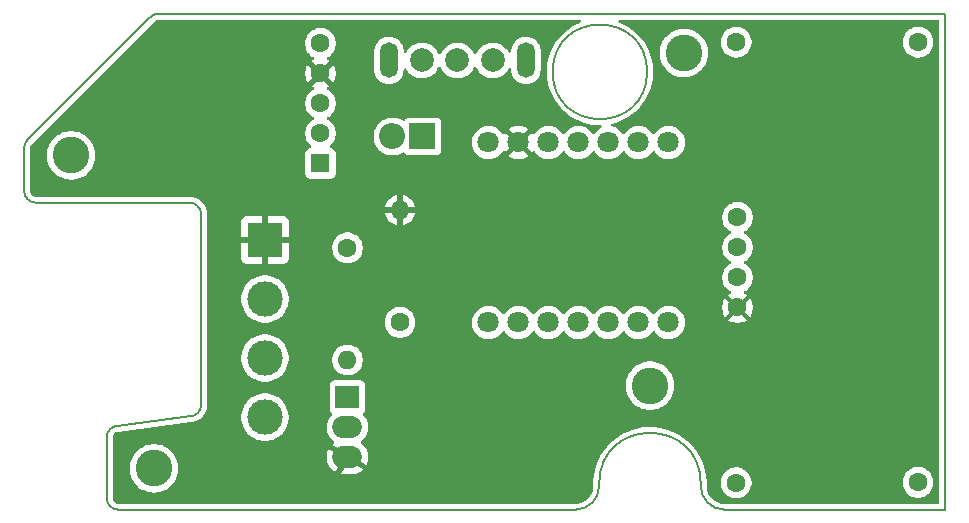
<source format=gbl>
%TF.GenerationSoftware,KiCad,Pcbnew,9.0.1*%
%TF.CreationDate,2025-07-07T12:26:16-04:00*%
%TF.ProjectId,cablight-project,6361626c-6967-4687-942d-70726f6a6563,rev?*%
%TF.SameCoordinates,Original*%
%TF.FileFunction,Copper,L2,Bot*%
%TF.FilePolarity,Positive*%
%FSLAX46Y46*%
G04 Gerber Fmt 4.6, Leading zero omitted, Abs format (unit mm)*
G04 Created by KiCad (PCBNEW 9.0.1) date 2025-07-07 12:26:16*
%MOMM*%
%LPD*%
G01*
G04 APERTURE LIST*
%TA.AperFunction,ComponentPad*%
%ADD10R,3.000000X3.000000*%
%TD*%
%TA.AperFunction,ComponentPad*%
%ADD11C,3.000000*%
%TD*%
%TA.AperFunction,ComponentPad*%
%ADD12R,2.200000X2.200000*%
%TD*%
%TA.AperFunction,ComponentPad*%
%ADD13O,2.200000X2.200000*%
%TD*%
%TA.AperFunction,ComponentPad*%
%ADD14C,1.600000*%
%TD*%
%TA.AperFunction,ComponentPad*%
%ADD15O,1.600000X1.600000*%
%TD*%
%TA.AperFunction,ComponentPad*%
%ADD16C,1.800000*%
%TD*%
%TA.AperFunction,ComponentPad*%
%ADD17O,2.500000X1.900000*%
%TD*%
%TA.AperFunction,ComponentPad*%
%ADD18R,2.000000X1.900000*%
%TD*%
%TA.AperFunction,ComponentPad*%
%ADD19C,3.100000*%
%TD*%
%TA.AperFunction,ComponentPad*%
%ADD20R,1.600000X1.600000*%
%TD*%
%TA.AperFunction,ComponentPad*%
%ADD21O,1.500000X3.000000*%
%TD*%
%TA.AperFunction,ComponentPad*%
%ADD22C,2.000000*%
%TD*%
%TA.AperFunction,ViaPad*%
%ADD23C,0.800000*%
%TD*%
%TA.AperFunction,Profile*%
%ADD24C,0.150000*%
%TD*%
G04 APERTURE END LIST*
D10*
%TO.P,J3,1,Pin_1*%
%TO.N,<NO NET>*%
X-57593000Y-19165000D03*
D11*
%TO.P,J3,2,Pin_2*%
%TO.N,/+24V*%
X-57593000Y-24165000D03*
%TO.P,J3,3,Pin_3*%
X-57593000Y-29165000D03*
%TO.P,J3,4,Pin_4*%
%TO.N,/LED-*%
X-57593000Y-34165000D03*
%TD*%
D12*
%TO.P,D1,1,K*%
%TO.N,/5V_MCU*%
X-44258000Y-10402000D03*
D13*
%TO.P,D1,2,A*%
%TO.N,/5V_sw*%
X-46798000Y-10402000D03*
%TD*%
D14*
%TO.P,R4,1*%
%TO.N,Net-(U1-GPIO_18)*%
X-46163000Y-26150000D03*
D15*
%TO.P,R4,2*%
%TO.N,<NO NET>*%
X-46163000Y-16650000D03*
%TD*%
D14*
%TO.P,R5,1*%
%TO.N,Net-(U1-GPIO_18)*%
X-50608000Y-19825000D03*
D15*
%TO.P,R5,2*%
%TO.N,Net-(Q1-G)*%
X-50608000Y-29325000D03*
%TD*%
D16*
%TO.P,U1,1,GPIO_18*%
%TO.N,Net-(U1-GPIO_18)*%
X-38670000Y-26150000D03*
%TO.P,U1,2,GPIO_17*%
%TO.N,unconnected-(U1-GPIO_17-Pad2)*%
X-36130000Y-26150000D03*
%TO.P,U1,3,GPIO_9*%
%TO.N,unconnected-(U1-GPIO_9-Pad3)*%
X-33590000Y-26150000D03*
%TO.P,U1,4,GPIO_8*%
%TO.N,unconnected-(U1-GPIO_8-Pad4)*%
X-31050000Y-26150000D03*
%TO.P,U1,5,GPIO_7*%
%TO.N,unconnected-(U1-GPIO_7-Pad5)*%
X-28510000Y-26150000D03*
%TO.P,U1,6,GPIO_6*%
%TO.N,unconnected-(U1-GPIO_6-Pad6)*%
X-25970000Y-26150000D03*
%TO.P,U1,7,GPIO_5*%
%TO.N,/echo*%
X-23430000Y-26150000D03*
%TO.P,U1,8,GPIO_16*%
%TO.N,/trig*%
X-23430000Y-10910000D03*
%TO.P,U1,9,GPIO_36*%
%TO.N,unconnected-(U1-GPIO_36-Pad9)*%
X-25970000Y-10910000D03*
%TO.P,U1,10,GPIO_37*%
%TO.N,unconnected-(U1-GPIO_37-Pad10)*%
X-28510000Y-10910000D03*
%TO.P,U1,11,GPIO_35*%
%TO.N,unconnected-(U1-GPIO_35-Pad11)*%
X-31050000Y-10910000D03*
%TO.P,U1,12,3.3V*%
%TO.N,/SRO4 PWR*%
X-33590000Y-10910000D03*
%TO.P,U1,13,GND*%
%TO.N,<NO NET>*%
X-36130000Y-10910000D03*
%TO.P,U1,14,5V*%
%TO.N,/5V_MCU*%
X-38670000Y-10910000D03*
%TD*%
D14*
%TO.P,S1,4,GND*%
%TO.N,<NO NET>*%
X-17588000Y-24880000D03*
%TO.P,S1,3,Echo*%
%TO.N,/echo*%
X-17588000Y-22340000D03*
%TO.P,S1,2,Trig*%
%TO.N,/trig*%
X-17588000Y-19800000D03*
%TO.P,S1,1,Vin*%
%TO.N,/SRO4 PWR*%
X-17588000Y-17260000D03*
%TO.P,S1,*%
%TO.N,*%
X-17700000Y-39720000D03*
X-2300000Y-39695000D03*
X-17700000Y-2420000D03*
X-2300000Y-2420000D03*
%TD*%
D17*
%TO.P,Q1,2,D*%
%TO.N,/LED-*%
X-50608000Y-35000000D03*
D18*
%TO.P,Q1,1,G*%
%TO.N,Net-(Q1-G)*%
X-50608000Y-32460000D03*
D17*
%TO.P,Q1,3,S*%
%TO.N,<NO NET>*%
X-50608000Y-37540000D03*
%TD*%
D19*
%TO.P,M2.5,1*%
%TO.N,N/C*%
X-67000000Y-38500000D03*
%TD*%
%TO.P,M2.5,1*%
%TO.N,N/C*%
X-25000000Y-31500000D03*
%TD*%
%TO.P,M2.5,1*%
%TO.N,N/C*%
X-74000000Y-12000000D03*
%TD*%
%TO.P,M2.5,1*%
%TO.N,N/C*%
X-22138000Y-3330000D03*
%TD*%
D20*
%TO.P,P1,1,PG*%
%TO.N,unconnected-(P1-PG-Pad1)*%
X-52894000Y-12688000D03*
D14*
%TO.P,P1,2,SHDN*%
%TO.N,unconnected-(P1-SHDN-Pad2)*%
X-52894000Y-10148000D03*
%TO.P,P1,3,VIN_24V*%
%TO.N,/+24V*%
X-52894000Y-7608000D03*
%TO.P,P1,4,GND*%
%TO.N,<NO NET>*%
X-52894000Y-5068000D03*
%TO.P,P1,5,VOUT_5V*%
%TO.N,/+5V*%
X-52894000Y-2528000D03*
%TD*%
D21*
%TO.P,SW3,*%
%TO.N,*%
X-47100000Y-3958000D03*
D22*
X-38300000Y-3958000D03*
D21*
X-35500000Y-3958000D03*
D22*
%TO.P,SW3,1*%
%TO.N,/+5V*%
X-41300000Y-3958000D03*
%TO.P,SW3,2*%
%TO.N,/5V_sw*%
X-44300000Y-3958000D03*
%TD*%
D23*
%TO.N,<NO NET>*%
X-23000000Y-14000000D03*
X-34500000Y-38250000D03*
X-23500000Y-19500000D03*
X-64500000Y-13000000D03*
X-34500000Y-31500000D03*
X-61000000Y-27500000D03*
X-43500000Y-23000000D03*
X-10250000Y-14000000D03*
X-22750000Y-8500000D03*
X-15250000Y-8500000D03*
X-34000000Y-19500000D03*
X-28500000Y-23000000D03*
X-10250000Y-19750000D03*
X-28500000Y-14000000D03*
X-17250000Y-14000000D03*
X-61000000Y-35200000D03*
X-28500000Y-19500000D03*
X-36500000Y-23000000D03*
%TD*%
%TA.AperFunction,Conductor*%
%TO.N,<NO NET>*%
G36*
X-30862830Y-520185D02*
G01*
X-30817075Y-572989D01*
X-30807131Y-642147D01*
X-30836156Y-705703D01*
X-30887455Y-741020D01*
X-30961908Y-768119D01*
X-30961910Y-768120D01*
X-30961921Y-768124D01*
X-31318062Y-934195D01*
X-31318086Y-934207D01*
X-31557305Y-1072320D01*
X-31658421Y-1130700D01*
X-31658424Y-1130702D01*
X-31658427Y-1130704D01*
X-31980347Y-1356115D01*
X-32136351Y-1487019D01*
X-32281391Y-1608722D01*
X-32559278Y-1886609D01*
X-32644599Y-1988291D01*
X-32811884Y-2187652D01*
X-32811888Y-2187658D01*
X-32811889Y-2187659D01*
X-33037300Y-2509579D01*
X-33107028Y-2630352D01*
X-33233792Y-2849913D01*
X-33233804Y-2849937D01*
X-33399875Y-3206078D01*
X-33399876Y-3206083D01*
X-33399881Y-3206092D01*
X-33534293Y-3575384D01*
X-33636007Y-3954985D01*
X-33704249Y-4342007D01*
X-33738500Y-4733504D01*
X-33738500Y-4758288D01*
X-33738500Y-5126496D01*
X-33704249Y-5517993D01*
X-33636007Y-5905015D01*
X-33534293Y-6284616D01*
X-33399881Y-6653908D01*
X-33233796Y-7010080D01*
X-33037300Y-7350421D01*
X-32811889Y-7672341D01*
X-32559278Y-7973391D01*
X-32281391Y-8251278D01*
X-31980341Y-8503889D01*
X-31658421Y-8729300D01*
X-31318080Y-8925796D01*
X-30961908Y-9091881D01*
X-30592616Y-9226293D01*
X-30213015Y-9328007D01*
X-29825993Y-9396249D01*
X-29434497Y-9430499D01*
X-29434497Y-9430500D01*
X-29207683Y-9430500D01*
X-29140644Y-9450185D01*
X-29094889Y-9502989D01*
X-29084945Y-9572147D01*
X-29113970Y-9635703D01*
X-29151387Y-9664984D01*
X-29244023Y-9712185D01*
X-29422358Y-9841752D01*
X-29422363Y-9841756D01*
X-29578243Y-9997636D01*
X-29578247Y-9997641D01*
X-29679682Y-10137254D01*
X-29735012Y-10179920D01*
X-29804625Y-10185899D01*
X-29866420Y-10153293D01*
X-29880318Y-10137254D01*
X-29981752Y-9997641D01*
X-29981756Y-9997636D01*
X-30137636Y-9841756D01*
X-30137641Y-9841752D01*
X-30315974Y-9712187D01*
X-30512393Y-9612104D01*
X-30512396Y-9612103D01*
X-30722047Y-9543985D01*
X-30867201Y-9520995D01*
X-30939778Y-9509500D01*
X-31160222Y-9509500D01*
X-31269086Y-9526742D01*
X-31377952Y-9543985D01*
X-31587603Y-9612103D01*
X-31587606Y-9612104D01*
X-31691386Y-9664984D01*
X-31784022Y-9712185D01*
X-31784024Y-9712186D01*
X-31784025Y-9712187D01*
X-31962358Y-9841752D01*
X-31962363Y-9841756D01*
X-32118243Y-9997636D01*
X-32118247Y-9997641D01*
X-32219682Y-10137254D01*
X-32275012Y-10179920D01*
X-32344625Y-10185899D01*
X-32406420Y-10153293D01*
X-32420318Y-10137254D01*
X-32521752Y-9997641D01*
X-32521756Y-9997636D01*
X-32677636Y-9841756D01*
X-32677641Y-9841752D01*
X-32855974Y-9712187D01*
X-33052393Y-9612104D01*
X-33052396Y-9612103D01*
X-33262047Y-9543985D01*
X-33407201Y-9520995D01*
X-33479778Y-9509500D01*
X-33700222Y-9509500D01*
X-33809086Y-9526742D01*
X-33917952Y-9543985D01*
X-34127603Y-9612103D01*
X-34127606Y-9612104D01*
X-34231386Y-9664984D01*
X-34324022Y-9712185D01*
X-34324024Y-9712186D01*
X-34324025Y-9712187D01*
X-34502358Y-9841752D01*
X-34502363Y-9841756D01*
X-34658243Y-9997636D01*
X-34658247Y-9997641D01*
X-34759991Y-10137680D01*
X-34815320Y-10180346D01*
X-34884934Y-10186325D01*
X-34946729Y-10153720D01*
X-34960627Y-10137680D01*
X-35008686Y-10071531D01*
X-35008688Y-10071530D01*
X-35661980Y-10724822D01*
X-35664075Y-10717007D01*
X-35729901Y-10602993D01*
X-35822993Y-10509901D01*
X-35937007Y-10444075D01*
X-35944823Y-10441980D01*
X-35291530Y-9788688D01*
X-35291531Y-9788687D01*
X-35396236Y-9712615D01*
X-35592589Y-9612567D01*
X-35802164Y-9544473D01*
X-36019819Y-9510000D01*
X-36240181Y-9510000D01*
X-36457835Y-9544473D01*
X-36667410Y-9612567D01*
X-36863760Y-9712613D01*
X-36968467Y-9788688D01*
X-36968468Y-9788689D01*
X-36315177Y-10441980D01*
X-36322993Y-10444075D01*
X-36437007Y-10509901D01*
X-36530099Y-10602993D01*
X-36595925Y-10717007D01*
X-36598019Y-10724821D01*
X-37251310Y-10071530D01*
X-37251310Y-10071531D01*
X-37299372Y-10137681D01*
X-37354702Y-10180346D01*
X-37424316Y-10186325D01*
X-37486111Y-10153719D01*
X-37500008Y-10137681D01*
X-37601756Y-9997636D01*
X-37675764Y-9923629D01*
X-37757636Y-9841756D01*
X-37757641Y-9841752D01*
X-37935974Y-9712187D01*
X-38132393Y-9612104D01*
X-38132396Y-9612103D01*
X-38342047Y-9543985D01*
X-38487201Y-9520995D01*
X-38559778Y-9509500D01*
X-38780222Y-9509500D01*
X-38889086Y-9526742D01*
X-38997952Y-9543985D01*
X-39207603Y-9612103D01*
X-39207606Y-9612104D01*
X-39311386Y-9664984D01*
X-39404022Y-9712185D01*
X-39404024Y-9712186D01*
X-39404025Y-9712187D01*
X-39582358Y-9841752D01*
X-39582363Y-9841756D01*
X-39738243Y-9997636D01*
X-39738247Y-9997641D01*
X-39839681Y-10137254D01*
X-39867815Y-10175978D01*
X-39926633Y-10291413D01*
X-39967895Y-10372393D01*
X-39967895Y-10372394D01*
X-40036015Y-10582049D01*
X-40070500Y-10799778D01*
X-40070500Y-11020222D01*
X-40036015Y-11237951D01*
X-39980114Y-11410000D01*
X-39968854Y-11444656D01*
X-39967895Y-11447606D01*
X-39867815Y-11644022D01*
X-39738242Y-11822365D01*
X-39582365Y-11978242D01*
X-39404022Y-12107815D01*
X-39207606Y-12207895D01*
X-38997951Y-12276015D01*
X-38780222Y-12310500D01*
X-38780221Y-12310500D01*
X-38559779Y-12310500D01*
X-38559778Y-12310500D01*
X-38342049Y-12276015D01*
X-38237221Y-12241955D01*
X-38132396Y-12207896D01*
X-38132393Y-12207895D01*
X-38064375Y-12173237D01*
X-37935978Y-12107815D01*
X-37830677Y-12031310D01*
X-37757641Y-11978247D01*
X-37757636Y-11978243D01*
X-37601756Y-11822363D01*
X-37601752Y-11822358D01*
X-37500008Y-11682319D01*
X-37444678Y-11639653D01*
X-37375065Y-11633674D01*
X-37313270Y-11666279D01*
X-37299372Y-11682318D01*
X-37251310Y-11748467D01*
X-37251309Y-11748468D01*
X-36598019Y-11095177D01*
X-36595925Y-11102993D01*
X-36530099Y-11217007D01*
X-36437007Y-11310099D01*
X-36322993Y-11375925D01*
X-36315178Y-11378019D01*
X-36968468Y-12031309D01*
X-36968467Y-12031310D01*
X-36863758Y-12107386D01*
X-36863752Y-12107390D01*
X-36667410Y-12207432D01*
X-36457835Y-12275526D01*
X-36240181Y-12310000D01*
X-36019819Y-12310000D01*
X-35802164Y-12275526D01*
X-35592589Y-12207432D01*
X-35396239Y-12107386D01*
X-35291531Y-12031310D01*
X-35291530Y-12031310D01*
X-35944822Y-11378019D01*
X-35937007Y-11375925D01*
X-35822993Y-11310099D01*
X-35729901Y-11217007D01*
X-35664075Y-11102993D01*
X-35661980Y-11095176D01*
X-35008689Y-11748468D01*
X-35008688Y-11748467D01*
X-34960627Y-11682318D01*
X-34905297Y-11639653D01*
X-34835683Y-11633674D01*
X-34773888Y-11666280D01*
X-34759994Y-11682313D01*
X-34658242Y-11822365D01*
X-34502365Y-11978242D01*
X-34324022Y-12107815D01*
X-34127606Y-12207895D01*
X-33917951Y-12276015D01*
X-33700222Y-12310500D01*
X-33700221Y-12310500D01*
X-33479779Y-12310500D01*
X-33479778Y-12310500D01*
X-33262049Y-12276015D01*
X-33157221Y-12241955D01*
X-33052396Y-12207896D01*
X-33052393Y-12207895D01*
X-32984375Y-12173237D01*
X-32855978Y-12107815D01*
X-32750677Y-12031310D01*
X-32677641Y-11978247D01*
X-32677636Y-11978243D01*
X-32521756Y-11822363D01*
X-32521752Y-11822358D01*
X-32420318Y-11682745D01*
X-32364989Y-11640079D01*
X-32295375Y-11634100D01*
X-32233580Y-11666705D01*
X-32219682Y-11682745D01*
X-32164047Y-11759320D01*
X-32118242Y-11822365D01*
X-31962365Y-11978242D01*
X-31784022Y-12107815D01*
X-31587606Y-12207895D01*
X-31377951Y-12276015D01*
X-31160222Y-12310500D01*
X-31160221Y-12310500D01*
X-30939779Y-12310500D01*
X-30939778Y-12310500D01*
X-30722049Y-12276015D01*
X-30617221Y-12241955D01*
X-30512396Y-12207896D01*
X-30512393Y-12207895D01*
X-30444375Y-12173237D01*
X-30315978Y-12107815D01*
X-30210677Y-12031310D01*
X-30137641Y-11978247D01*
X-30137636Y-11978243D01*
X-29981756Y-11822363D01*
X-29981752Y-11822358D01*
X-29880318Y-11682745D01*
X-29824989Y-11640079D01*
X-29755375Y-11634100D01*
X-29693580Y-11666705D01*
X-29679682Y-11682745D01*
X-29624047Y-11759320D01*
X-29578242Y-11822365D01*
X-29422365Y-11978242D01*
X-29244022Y-12107815D01*
X-29047606Y-12207895D01*
X-28837951Y-12276015D01*
X-28620222Y-12310500D01*
X-28620221Y-12310500D01*
X-28399779Y-12310500D01*
X-28399778Y-12310500D01*
X-28182049Y-12276015D01*
X-28077221Y-12241955D01*
X-27972396Y-12207896D01*
X-27972393Y-12207895D01*
X-27904375Y-12173237D01*
X-27775978Y-12107815D01*
X-27670677Y-12031310D01*
X-27597641Y-11978247D01*
X-27597636Y-11978243D01*
X-27441756Y-11822363D01*
X-27441752Y-11822358D01*
X-27340318Y-11682745D01*
X-27284989Y-11640079D01*
X-27215375Y-11634100D01*
X-27153580Y-11666705D01*
X-27139682Y-11682745D01*
X-27084047Y-11759320D01*
X-27038242Y-11822365D01*
X-26882365Y-11978242D01*
X-26704022Y-12107815D01*
X-26507606Y-12207895D01*
X-26297951Y-12276015D01*
X-26080222Y-12310500D01*
X-26080221Y-12310500D01*
X-25859779Y-12310500D01*
X-25859778Y-12310500D01*
X-25642049Y-12276015D01*
X-25537221Y-12241955D01*
X-25432396Y-12207896D01*
X-25432393Y-12207895D01*
X-25364375Y-12173237D01*
X-25235978Y-12107815D01*
X-25130677Y-12031310D01*
X-25057641Y-11978247D01*
X-25057636Y-11978243D01*
X-24901756Y-11822363D01*
X-24901752Y-11822358D01*
X-24800318Y-11682745D01*
X-24744989Y-11640079D01*
X-24675375Y-11634100D01*
X-24613580Y-11666705D01*
X-24599682Y-11682745D01*
X-24544047Y-11759320D01*
X-24498242Y-11822365D01*
X-24342365Y-11978242D01*
X-24164022Y-12107815D01*
X-23967606Y-12207895D01*
X-23757951Y-12276015D01*
X-23540222Y-12310500D01*
X-23540221Y-12310500D01*
X-23319779Y-12310500D01*
X-23319778Y-12310500D01*
X-23102049Y-12276015D01*
X-22997221Y-12241955D01*
X-22892396Y-12207896D01*
X-22892393Y-12207895D01*
X-22824375Y-12173237D01*
X-22695978Y-12107815D01*
X-22590677Y-12031310D01*
X-22517641Y-11978247D01*
X-22517636Y-11978243D01*
X-22361756Y-11822363D01*
X-22361752Y-11822358D01*
X-22232187Y-11644025D01*
X-22227129Y-11634100D01*
X-22184213Y-11549873D01*
X-22132104Y-11447606D01*
X-22132103Y-11447603D01*
X-22063985Y-11237952D01*
X-22029500Y-11020221D01*
X-22029500Y-10799778D01*
X-22063985Y-10582047D01*
X-22132103Y-10372396D01*
X-22132104Y-10372393D01*
X-22232187Y-10175974D01*
X-22361752Y-9997641D01*
X-22361756Y-9997636D01*
X-22517636Y-9841756D01*
X-22517641Y-9841752D01*
X-22695974Y-9712187D01*
X-22892393Y-9612104D01*
X-22892396Y-9612103D01*
X-23102047Y-9543985D01*
X-23247201Y-9520995D01*
X-23319778Y-9509500D01*
X-23540222Y-9509500D01*
X-23649086Y-9526742D01*
X-23757952Y-9543985D01*
X-23967603Y-9612103D01*
X-23967606Y-9612104D01*
X-24071386Y-9664984D01*
X-24164022Y-9712185D01*
X-24164024Y-9712186D01*
X-24164025Y-9712187D01*
X-24342358Y-9841752D01*
X-24342363Y-9841756D01*
X-24498243Y-9997636D01*
X-24498247Y-9997641D01*
X-24599682Y-10137254D01*
X-24655012Y-10179920D01*
X-24724625Y-10185899D01*
X-24786420Y-10153293D01*
X-24800318Y-10137254D01*
X-24901752Y-9997641D01*
X-24901756Y-9997636D01*
X-25057636Y-9841756D01*
X-25057641Y-9841752D01*
X-25235974Y-9712187D01*
X-25432393Y-9612104D01*
X-25432396Y-9612103D01*
X-25642047Y-9543985D01*
X-25787201Y-9520995D01*
X-25859778Y-9509500D01*
X-26080222Y-9509500D01*
X-26189086Y-9526742D01*
X-26297952Y-9543985D01*
X-26507603Y-9612103D01*
X-26507606Y-9612104D01*
X-26611386Y-9664984D01*
X-26704022Y-9712185D01*
X-26704024Y-9712186D01*
X-26704025Y-9712187D01*
X-26882358Y-9841752D01*
X-26882363Y-9841756D01*
X-27038243Y-9997636D01*
X-27038247Y-9997641D01*
X-27139682Y-10137254D01*
X-27195012Y-10179920D01*
X-27264625Y-10185899D01*
X-27326420Y-10153293D01*
X-27340318Y-10137254D01*
X-27441752Y-9997641D01*
X-27441756Y-9997636D01*
X-27597636Y-9841756D01*
X-27597641Y-9841752D01*
X-27775974Y-9712187D01*
X-27972393Y-9612104D01*
X-27972396Y-9612103D01*
X-28184792Y-9543093D01*
X-28242467Y-9503656D01*
X-28269666Y-9439297D01*
X-28257752Y-9370451D01*
X-28210508Y-9318975D01*
X-28178571Y-9305388D01*
X-27883384Y-9226293D01*
X-27514092Y-9091881D01*
X-27514083Y-9091876D01*
X-27514078Y-9091875D01*
X-27157937Y-8925804D01*
X-27157934Y-8925802D01*
X-27157920Y-8925796D01*
X-26817579Y-8729300D01*
X-26495659Y-8503889D01*
X-26495658Y-8503888D01*
X-26495652Y-8503884D01*
X-26240295Y-8289613D01*
X-26194609Y-8251278D01*
X-25916722Y-7973391D01*
X-25856793Y-7901971D01*
X-25664115Y-7672347D01*
X-25438704Y-7350427D01*
X-25438695Y-7350412D01*
X-25242207Y-7010086D01*
X-25242195Y-7010062D01*
X-25076124Y-6653921D01*
X-25018540Y-6495713D01*
X-24941707Y-6284616D01*
X-24839993Y-5905015D01*
X-24839991Y-5905005D01*
X-24771751Y-5517999D01*
X-24771751Y-5517995D01*
X-24737500Y-5126500D01*
X-24737500Y-4733499D01*
X-24771751Y-4342004D01*
X-24771751Y-4342000D01*
X-24839991Y-3954994D01*
X-24839993Y-3954983D01*
X-24911404Y-3688477D01*
X-24941707Y-3575384D01*
X-24961876Y-3519971D01*
X-25012843Y-3379941D01*
X-25065978Y-3233954D01*
X-25065978Y-3233952D01*
X-25076121Y-3206086D01*
X-25076122Y-3206083D01*
X-25081009Y-3195603D01*
X-24188500Y-3195603D01*
X-24188500Y-3464397D01*
X-24153416Y-3730891D01*
X-24083847Y-3990526D01*
X-23980984Y-4238859D01*
X-23846587Y-4471641D01*
X-23682956Y-4684890D01*
X-23492890Y-4874956D01*
X-23279641Y-5038587D01*
X-23046859Y-5172984D01*
X-23046853Y-5172986D01*
X-23046850Y-5172988D01*
X-23010547Y-5188025D01*
X-22798526Y-5275847D01*
X-22538891Y-5345416D01*
X-22333795Y-5372417D01*
X-22272398Y-5380500D01*
X-22272397Y-5380500D01*
X-22003602Y-5380500D01*
X-21925319Y-5370193D01*
X-21737109Y-5345416D01*
X-21477474Y-5275847D01*
X-21348427Y-5222394D01*
X-21229149Y-5172988D01*
X-21229133Y-5172980D01*
X-21105695Y-5101712D01*
X-20996359Y-5038587D01*
X-20783110Y-4874956D01*
X-20783104Y-4874951D01*
X-20593048Y-4684895D01*
X-20593042Y-4684888D01*
X-20429416Y-4471645D01*
X-20429415Y-4471644D01*
X-20429413Y-4471641D01*
X-20354608Y-4342076D01*
X-20295019Y-4238866D01*
X-20295011Y-4238850D01*
X-20192152Y-3990524D01*
X-20127987Y-3751054D01*
X-20122584Y-3730891D01*
X-20122583Y-3730885D01*
X-20122582Y-3730880D01*
X-20087500Y-3464397D01*
X-20087500Y-3195602D01*
X-20122582Y-2929119D01*
X-20122585Y-2929106D01*
X-20192152Y-2669475D01*
X-20295011Y-2421149D01*
X-20295021Y-2421129D01*
X-20321784Y-2374777D01*
X-20321785Y-2374776D01*
X-20354768Y-2317648D01*
X-19000500Y-2317648D01*
X-19000500Y-2522352D01*
X-18968477Y-2724534D01*
X-18905220Y-2919219D01*
X-18812287Y-3101610D01*
X-18761460Y-3171568D01*
X-18691971Y-3267213D01*
X-18691968Y-3267215D01*
X-18691966Y-3267219D01*
X-18547219Y-3411966D01*
X-18547215Y-3411968D01*
X-18547213Y-3411971D01*
X-18521383Y-3430737D01*
X-18381610Y-3532287D01*
X-18199219Y-3625220D01*
X-18004534Y-3688477D01*
X-17802352Y-3720500D01*
X-17802351Y-3720500D01*
X-17597649Y-3720500D01*
X-17597648Y-3720500D01*
X-17496557Y-3704488D01*
X-17395465Y-3688477D01*
X-17305137Y-3659127D01*
X-17200781Y-3625220D01*
X-17200778Y-3625218D01*
X-17200776Y-3625218D01*
X-17134607Y-3591503D01*
X-17018390Y-3532287D01*
X-17001431Y-3519966D01*
X-16852786Y-3411971D01*
X-16708028Y-3267213D01*
X-16587715Y-3101613D01*
X-16494781Y-2919223D01*
X-16431522Y-2724534D01*
X-16399500Y-2522351D01*
X-16399500Y-2317648D01*
X-3600500Y-2317648D01*
X-3600500Y-2522352D01*
X-3568477Y-2724534D01*
X-3505220Y-2919219D01*
X-3412287Y-3101610D01*
X-3361460Y-3171568D01*
X-3291971Y-3267213D01*
X-3291968Y-3267215D01*
X-3291966Y-3267219D01*
X-3147219Y-3411966D01*
X-3147215Y-3411968D01*
X-3147213Y-3411971D01*
X-3121383Y-3430737D01*
X-2981610Y-3532287D01*
X-2799219Y-3625220D01*
X-2604534Y-3688477D01*
X-2402352Y-3720500D01*
X-2402351Y-3720500D01*
X-2197649Y-3720500D01*
X-2197648Y-3720500D01*
X-2096557Y-3704488D01*
X-1995465Y-3688477D01*
X-1905137Y-3659127D01*
X-1800781Y-3625220D01*
X-1800778Y-3625218D01*
X-1800776Y-3625218D01*
X-1734607Y-3591503D01*
X-1618390Y-3532287D01*
X-1601431Y-3519966D01*
X-1452786Y-3411971D01*
X-1308028Y-3267213D01*
X-1187715Y-3101613D01*
X-1094781Y-2919223D01*
X-1031522Y-2724534D01*
X-999500Y-2522351D01*
X-999500Y-2317648D01*
X-1031522Y-2115465D01*
X-1094781Y-1920776D01*
X-1187715Y-1738386D01*
X-1308028Y-1572786D01*
X-1452786Y-1428028D01*
X-1618386Y-1307715D01*
X-1800776Y-1214781D01*
X-1995465Y-1151522D01*
X-2173329Y-1123351D01*
X-2197648Y-1119500D01*
X-2402352Y-1119500D01*
X-2429995Y-1123878D01*
X-2604534Y-1151522D01*
X-2799223Y-1214781D01*
X-2924653Y-1278691D01*
X-2981610Y-1307713D01*
X-2981612Y-1307714D01*
X-2981613Y-1307715D01*
X-3147213Y-1428028D01*
X-3291971Y-1572786D01*
X-3370432Y-1680781D01*
X-3412287Y-1738390D01*
X-3436057Y-1785042D01*
X-3505218Y-1920776D01*
X-3505218Y-1920778D01*
X-3505220Y-1920781D01*
X-3522873Y-1975111D01*
X-3568477Y-2115465D01*
X-3580022Y-2188354D01*
X-3600500Y-2317648D01*
X-16399500Y-2317648D01*
X-16431522Y-2115465D01*
X-16494781Y-1920776D01*
X-16587715Y-1738386D01*
X-16708028Y-1572786D01*
X-16852786Y-1428028D01*
X-17018386Y-1307715D01*
X-17200776Y-1214781D01*
X-17395465Y-1151522D01*
X-17573329Y-1123351D01*
X-17597648Y-1119500D01*
X-17802352Y-1119500D01*
X-17829995Y-1123878D01*
X-18004534Y-1151522D01*
X-18199223Y-1214781D01*
X-18324653Y-1278691D01*
X-18381610Y-1307713D01*
X-18381612Y-1307714D01*
X-18381613Y-1307715D01*
X-18547213Y-1428028D01*
X-18691971Y-1572786D01*
X-18770432Y-1680781D01*
X-18812287Y-1738390D01*
X-18836057Y-1785042D01*
X-18905218Y-1920776D01*
X-18905218Y-1920778D01*
X-18905220Y-1920781D01*
X-18922873Y-1975111D01*
X-18968477Y-2115465D01*
X-18980022Y-2188354D01*
X-19000500Y-2317648D01*
X-20354768Y-2317648D01*
X-20429416Y-2188354D01*
X-20593042Y-1975111D01*
X-20593048Y-1975104D01*
X-20783104Y-1785048D01*
X-20783111Y-1785042D01*
X-20996354Y-1621416D01*
X-21229133Y-1487019D01*
X-21229149Y-1487011D01*
X-21477475Y-1384152D01*
X-21682239Y-1329286D01*
X-21737109Y-1314584D01*
X-21737112Y-1314583D01*
X-21737119Y-1314582D01*
X-22003602Y-1279500D01*
X-22003603Y-1279500D01*
X-22272397Y-1279500D01*
X-22272398Y-1279500D01*
X-22538880Y-1314582D01*
X-22538885Y-1314583D01*
X-22538891Y-1314584D01*
X-22668708Y-1349368D01*
X-22798524Y-1384152D01*
X-23046850Y-1487011D01*
X-23046866Y-1487019D01*
X-23131761Y-1536034D01*
X-23279641Y-1621413D01*
X-23279644Y-1621415D01*
X-23279645Y-1621416D01*
X-23492888Y-1785042D01*
X-23492895Y-1785048D01*
X-23682951Y-1975104D01*
X-23682957Y-1975111D01*
X-23693070Y-1988291D01*
X-23846587Y-2188359D01*
X-23884584Y-2254172D01*
X-23980980Y-2421133D01*
X-23980988Y-2421149D01*
X-24017620Y-2509587D01*
X-24083847Y-2669474D01*
X-24153416Y-2929109D01*
X-24188500Y-3195603D01*
X-25081009Y-3195603D01*
X-25242195Y-2849937D01*
X-25242207Y-2849913D01*
X-25438695Y-2509587D01*
X-25438704Y-2509572D01*
X-25664115Y-2187652D01*
X-25916724Y-1886606D01*
X-26194607Y-1608724D01*
X-26194606Y-1608724D01*
X-26495652Y-1356115D01*
X-26817572Y-1130704D01*
X-26817587Y-1130695D01*
X-27157913Y-934207D01*
X-27157937Y-934195D01*
X-27514078Y-768124D01*
X-27522744Y-764969D01*
X-27588543Y-741020D01*
X-27644806Y-699595D01*
X-27669741Y-634327D01*
X-27655431Y-565938D01*
X-27606419Y-516143D01*
X-27546131Y-500500D01*
X-624500Y-500500D01*
X-557461Y-520185D01*
X-511706Y-572989D01*
X-500500Y-624500D01*
X-500500Y-41375500D01*
X-520185Y-41442539D01*
X-572989Y-41488294D01*
X-624500Y-41499500D01*
X-18695572Y-41499500D01*
X-18704417Y-41499184D01*
X-18723779Y-41497799D01*
X-18904557Y-41484869D01*
X-18922068Y-41482351D01*
X-19113787Y-41440646D01*
X-19130763Y-41435662D01*
X-19314609Y-41367090D01*
X-19330702Y-41359740D01*
X-19502908Y-41265709D01*
X-19517791Y-41256144D01*
X-19674864Y-41138561D01*
X-19688235Y-41126975D01*
X-19826975Y-40988235D01*
X-19838561Y-40974864D01*
X-19956144Y-40817791D01*
X-19965709Y-40802908D01*
X-20059740Y-40630702D01*
X-20067090Y-40614609D01*
X-20135662Y-40430763D01*
X-20140646Y-40413787D01*
X-20182351Y-40222068D01*
X-20184869Y-40204557D01*
X-20199184Y-40004419D01*
X-20199500Y-39995572D01*
X-20199500Y-39617648D01*
X-19000500Y-39617648D01*
X-19000500Y-39822352D01*
X-18968477Y-40024534D01*
X-18905220Y-40219219D01*
X-18812287Y-40401610D01*
X-18797140Y-40422458D01*
X-18691971Y-40567213D01*
X-18691968Y-40567215D01*
X-18691966Y-40567219D01*
X-18547219Y-40711966D01*
X-18547215Y-40711968D01*
X-18547213Y-40711971D01*
X-18501385Y-40745266D01*
X-18381610Y-40832287D01*
X-18199219Y-40925220D01*
X-18004534Y-40988477D01*
X-17802352Y-41020500D01*
X-17802351Y-41020500D01*
X-17597649Y-41020500D01*
X-17597648Y-41020500D01*
X-17468212Y-40999999D01*
X-17395465Y-40988477D01*
X-17305137Y-40959127D01*
X-17200781Y-40925220D01*
X-17200778Y-40925218D01*
X-17200776Y-40925218D01*
X-17134607Y-40891503D01*
X-17018390Y-40832287D01*
X-16977953Y-40802908D01*
X-16852786Y-40711971D01*
X-16708028Y-40567213D01*
X-16587715Y-40401613D01*
X-16574976Y-40376613D01*
X-16557839Y-40342980D01*
X-16494781Y-40219223D01*
X-16431522Y-40024534D01*
X-16399500Y-39822351D01*
X-16399500Y-39617647D01*
X-16399499Y-39617647D01*
X-16401159Y-39607173D01*
X-16403459Y-39592648D01*
X-3600500Y-39592648D01*
X-3600500Y-39797352D01*
X-3568477Y-39999534D01*
X-3505220Y-40194219D01*
X-3412287Y-40376610D01*
X-3344732Y-40469590D01*
X-3291971Y-40542213D01*
X-3291968Y-40542215D01*
X-3291966Y-40542219D01*
X-3147219Y-40686966D01*
X-3147215Y-40686968D01*
X-3147213Y-40686971D01*
X-3074590Y-40739732D01*
X-2981610Y-40807287D01*
X-2799219Y-40900220D01*
X-2604534Y-40963477D01*
X-2402352Y-40995500D01*
X-2402351Y-40995500D01*
X-2197649Y-40995500D01*
X-2197648Y-40995500D01*
X-2096557Y-40979488D01*
X-1995465Y-40963477D01*
X-1877717Y-40925218D01*
X-1800781Y-40900220D01*
X-1800778Y-40900218D01*
X-1800776Y-40900218D01*
X-1734607Y-40866503D01*
X-1618390Y-40807287D01*
X-1607749Y-40799556D01*
X-1452786Y-40686971D01*
X-1308028Y-40542213D01*
X-1187715Y-40376613D01*
X-1094781Y-40194223D01*
X-1031522Y-39999534D01*
X-1003460Y-39822351D01*
X-999500Y-39797352D01*
X-999500Y-39592648D01*
X-1000805Y-39584409D01*
X-1031522Y-39390465D01*
X-1094781Y-39195776D01*
X-1187715Y-39013386D01*
X-1308028Y-38847786D01*
X-1452786Y-38703028D01*
X-1618386Y-38582715D01*
X-1800776Y-38489781D01*
X-1995465Y-38426522D01*
X-2173329Y-38398351D01*
X-2197648Y-38394500D01*
X-2402352Y-38394500D01*
X-2429995Y-38398878D01*
X-2604534Y-38426522D01*
X-2799223Y-38489781D01*
X-2924653Y-38553691D01*
X-2981610Y-38582713D01*
X-2981612Y-38582714D01*
X-2981613Y-38582715D01*
X-3147213Y-38703028D01*
X-3291971Y-38847786D01*
X-3381126Y-38970500D01*
X-3412287Y-39013390D01*
X-3435401Y-39058754D01*
X-3505218Y-39195776D01*
X-3505218Y-39195778D01*
X-3505220Y-39195781D01*
X-3568477Y-39390466D01*
X-3600500Y-39592648D01*
X-16403459Y-39592648D01*
X-16431522Y-39415465D01*
X-16494781Y-39220776D01*
X-16587715Y-39038386D01*
X-16708028Y-38872786D01*
X-16852786Y-38728028D01*
X-17018386Y-38607715D01*
X-17200776Y-38514781D01*
X-17395465Y-38451522D01*
X-17573329Y-38423351D01*
X-17597648Y-38419500D01*
X-17802352Y-38419500D01*
X-17829995Y-38423878D01*
X-18004534Y-38451522D01*
X-18199223Y-38514781D01*
X-18324653Y-38578691D01*
X-18381610Y-38607713D01*
X-18381612Y-38607714D01*
X-18381613Y-38607715D01*
X-18547213Y-38728028D01*
X-18691971Y-38872786D01*
X-18777130Y-38990000D01*
X-18812287Y-39038390D01*
X-18871503Y-39154607D01*
X-18905218Y-39220776D01*
X-18968477Y-39415465D01*
X-18996540Y-39592648D01*
X-19000500Y-39617648D01*
X-20199500Y-39617648D01*
X-20199500Y-39584412D01*
X-20199500Y-39584409D01*
X-20238150Y-39154964D01*
X-20255610Y-39058754D01*
X-20315142Y-38730704D01*
X-20429847Y-38315080D01*
X-20429855Y-38315055D01*
X-20581354Y-37911386D01*
X-20581360Y-37911372D01*
X-20768436Y-37522906D01*
X-20768437Y-37522904D01*
X-20989599Y-37152743D01*
X-21243026Y-36803931D01*
X-21243039Y-36803914D01*
X-21526726Y-36479210D01*
X-21526730Y-36479205D01*
X-21838379Y-36181237D01*
X-21838392Y-36181225D01*
X-22175485Y-35912404D01*
X-22175498Y-35912394D01*
X-22535337Y-35674867D01*
X-22915044Y-35470537D01*
X-22915052Y-35470533D01*
X-23311519Y-35301076D01*
X-23311527Y-35301073D01*
X-23721608Y-35167830D01*
X-24141972Y-35071885D01*
X-24569253Y-35014006D01*
X-24569262Y-35014005D01*
X-24999997Y-34994661D01*
X-25000003Y-34994661D01*
X-25430737Y-35014005D01*
X-25430745Y-35014005D01*
X-25430747Y-35014006D01*
X-25644386Y-35042945D01*
X-25858027Y-35071885D01*
X-26278391Y-35167830D01*
X-26688472Y-35301073D01*
X-26688480Y-35301076D01*
X-27084947Y-35470533D01*
X-27084955Y-35470537D01*
X-27211523Y-35538647D01*
X-27464655Y-35674863D01*
X-27464661Y-35674867D01*
X-27464662Y-35674867D01*
X-27824501Y-35912394D01*
X-27824514Y-35912404D01*
X-28161607Y-36181225D01*
X-28161620Y-36181237D01*
X-28441823Y-36449140D01*
X-28473274Y-36479210D01*
X-28628621Y-36657019D01*
X-28756960Y-36803914D01*
X-28756973Y-36803931D01*
X-28885540Y-36980889D01*
X-29010407Y-37152753D01*
X-29207728Y-37483012D01*
X-29231562Y-37522904D01*
X-29231563Y-37522906D01*
X-29417211Y-37908408D01*
X-29418643Y-37911381D01*
X-29570149Y-38315069D01*
X-29684859Y-38730711D01*
X-29761850Y-39154964D01*
X-29800500Y-39584409D01*
X-29800500Y-39584416D01*
X-29800500Y-39995572D01*
X-29800816Y-40004418D01*
X-29815130Y-40204556D01*
X-29817647Y-40222063D01*
X-29859355Y-40413797D01*
X-29864334Y-40430755D01*
X-29905909Y-40542219D01*
X-29932909Y-40614609D01*
X-29940259Y-40630702D01*
X-30034290Y-40802908D01*
X-30043855Y-40817791D01*
X-30161438Y-40974864D01*
X-30173024Y-40988235D01*
X-30311764Y-41126975D01*
X-30325135Y-41138561D01*
X-30482208Y-41256144D01*
X-30497091Y-41265709D01*
X-30669297Y-41359740D01*
X-30685390Y-41367090D01*
X-30869236Y-41435662D01*
X-30886212Y-41440646D01*
X-31077931Y-41482351D01*
X-31095442Y-41484869D01*
X-31273622Y-41497613D01*
X-31295582Y-41499184D01*
X-31304428Y-41499500D01*
X-69993041Y-41499500D01*
X-70006922Y-41498720D01*
X-70032898Y-41495793D01*
X-70097266Y-41488541D01*
X-70124337Y-41482362D01*
X-70203535Y-41454649D01*
X-70228552Y-41442602D01*
X-70299604Y-41397957D01*
X-70321313Y-41380644D01*
X-70380644Y-41321313D01*
X-70397957Y-41299604D01*
X-70442602Y-41228552D01*
X-70454649Y-41203535D01*
X-70482362Y-41124337D01*
X-70488541Y-41097265D01*
X-70498720Y-41006923D01*
X-70499500Y-40993040D01*
X-70499500Y-38365603D01*
X-69050500Y-38365603D01*
X-69050500Y-38634397D01*
X-69015416Y-38900891D01*
X-68945847Y-39160526D01*
X-68842984Y-39408859D01*
X-68708587Y-39641641D01*
X-68544956Y-39854890D01*
X-68354890Y-40044956D01*
X-68141641Y-40208587D01*
X-67908859Y-40342984D01*
X-67908853Y-40342986D01*
X-67908850Y-40342988D01*
X-67847457Y-40368417D01*
X-67660526Y-40445847D01*
X-67400891Y-40515416D01*
X-67194905Y-40542534D01*
X-67134398Y-40550500D01*
X-67134397Y-40550500D01*
X-66865602Y-40550500D01*
X-66787319Y-40540193D01*
X-66599109Y-40515416D01*
X-66339474Y-40445847D01*
X-66232684Y-40401613D01*
X-66091149Y-40342988D01*
X-66091133Y-40342980D01*
X-66007968Y-40294964D01*
X-65858359Y-40208587D01*
X-65645110Y-40044956D01*
X-65645104Y-40044951D01*
X-65455048Y-39854895D01*
X-65455042Y-39854888D01*
X-65291416Y-39641645D01*
X-65291415Y-39641644D01*
X-65291413Y-39641641D01*
X-65237830Y-39548832D01*
X-65157019Y-39408866D01*
X-65157011Y-39408850D01*
X-65054152Y-39160524D01*
X-64993163Y-38932907D01*
X-64984585Y-38900893D01*
X-64984584Y-38900891D01*
X-64984583Y-38900885D01*
X-64984582Y-38900880D01*
X-64949500Y-38634397D01*
X-64949500Y-38365602D01*
X-64984582Y-38099119D01*
X-64984585Y-38099106D01*
X-64985255Y-38096607D01*
X-65034884Y-37911386D01*
X-65054152Y-37839475D01*
X-65157011Y-37591149D01*
X-65157016Y-37591140D01*
X-65196415Y-37522900D01*
X-65219445Y-37483011D01*
X-65219445Y-37483010D01*
X-65291416Y-37358354D01*
X-65455042Y-37145111D01*
X-65455048Y-37145104D01*
X-65645104Y-36955048D01*
X-65645111Y-36955042D01*
X-65858354Y-36791416D01*
X-66091133Y-36657019D01*
X-66091149Y-36657011D01*
X-66339475Y-36554152D01*
X-66554250Y-36496604D01*
X-66599109Y-36484584D01*
X-66599112Y-36484583D01*
X-66599119Y-36484582D01*
X-66865602Y-36449500D01*
X-66865603Y-36449500D01*
X-67134397Y-36449500D01*
X-67134398Y-36449500D01*
X-67400880Y-36484582D01*
X-67400885Y-36484583D01*
X-67400891Y-36484584D01*
X-67530708Y-36519368D01*
X-67660524Y-36554152D01*
X-67908850Y-36657011D01*
X-67908866Y-36657019D01*
X-68048832Y-36737830D01*
X-68141641Y-36791413D01*
X-68141644Y-36791415D01*
X-68141645Y-36791416D01*
X-68354888Y-36955042D01*
X-68354895Y-36955048D01*
X-68544951Y-37145104D01*
X-68544956Y-37145110D01*
X-68708587Y-37358359D01*
X-68794964Y-37507968D01*
X-68842980Y-37591133D01*
X-68842988Y-37591149D01*
X-68883565Y-37689111D01*
X-68945847Y-37839474D01*
X-69015416Y-38099109D01*
X-69015417Y-38099119D01*
X-69047918Y-38345994D01*
X-69050500Y-38365603D01*
X-70499500Y-38365603D01*
X-70499500Y-35890283D01*
X-70498600Y-35875369D01*
X-70486858Y-35778450D01*
X-70479738Y-35749492D01*
X-70447864Y-35665230D01*
X-70434038Y-35638813D01*
X-70382968Y-35564591D01*
X-70363232Y-35542234D01*
X-70295923Y-35482356D01*
X-70271421Y-35465359D01*
X-70191760Y-35423280D01*
X-70163912Y-35412624D01*
X-70069194Y-35388949D01*
X-70054518Y-35386209D01*
X-63879268Y-34614303D01*
X-63879268Y-34614304D01*
X-63814396Y-34606194D01*
X-63813884Y-34606131D01*
X-63813884Y-34606132D01*
X-63705999Y-34592727D01*
X-63496389Y-34534942D01*
X-63396843Y-34491244D01*
X-63297301Y-34447548D01*
X-63297291Y-34447542D01*
X-63112885Y-34332368D01*
X-63112884Y-34332367D01*
X-63112882Y-34332366D01*
X-62946995Y-34191807D01*
X-62807579Y-34033880D01*
X-59593500Y-34033880D01*
X-59593500Y-34296120D01*
X-59559270Y-34556116D01*
X-59491398Y-34809419D01*
X-59391043Y-35051697D01*
X-59259924Y-35278803D01*
X-59100282Y-35486851D01*
X-59100277Y-35486855D01*
X-59100274Y-35486860D01*
X-58914860Y-35672274D01*
X-58914855Y-35672277D01*
X-58914851Y-35672282D01*
X-58706803Y-35831924D01*
X-58479697Y-35963043D01*
X-58237419Y-36063398D01*
X-57984116Y-36131270D01*
X-57724120Y-36165500D01*
X-57724113Y-36165500D01*
X-57461887Y-36165500D01*
X-57461880Y-36165500D01*
X-57201884Y-36131270D01*
X-56948581Y-36063398D01*
X-56840902Y-36018796D01*
X-56706309Y-35963046D01*
X-56706299Y-35963041D01*
X-56479196Y-35831924D01*
X-56271148Y-35672281D01*
X-56271140Y-35672274D01*
X-56085726Y-35486860D01*
X-56085718Y-35486851D01*
X-55926075Y-35278803D01*
X-55794958Y-35051700D01*
X-55794954Y-35051690D01*
X-55726255Y-34885837D01*
X-52358500Y-34885837D01*
X-52358500Y-35114162D01*
X-52328895Y-35301076D01*
X-52322784Y-35339660D01*
X-52252231Y-35556799D01*
X-52252229Y-35556802D01*
X-52252229Y-35556803D01*
X-52248425Y-35564268D01*
X-52148579Y-35760228D01*
X-52014379Y-35944937D01*
X-51852937Y-36106379D01*
X-51765380Y-36169992D01*
X-51722717Y-36225319D01*
X-51716738Y-36294933D01*
X-51749343Y-36356728D01*
X-51765382Y-36370626D01*
X-51852610Y-36434001D01*
X-51915214Y-36496604D01*
X-50957999Y-37049252D01*
X-50976408Y-37059881D01*
X-51088119Y-37171592D01*
X-51167111Y-37308409D01*
X-51208000Y-37461009D01*
X-51208000Y-37482262D01*
X-52210920Y-36903227D01*
X-52210921Y-36903227D01*
X-52251768Y-36983393D01*
X-52322295Y-37200455D01*
X-52358000Y-37425883D01*
X-52358000Y-37654116D01*
X-52322295Y-37879544D01*
X-52251769Y-38096604D01*
X-52148150Y-38299966D01*
X-52013995Y-38484614D01*
X-51852614Y-38645995D01*
X-51667970Y-38780147D01*
X-51667962Y-38780152D01*
X-51625243Y-38801918D01*
X-51625242Y-38801918D01*
X-51098746Y-37890000D01*
X-51088119Y-37908408D01*
X-50976408Y-38020119D01*
X-50839591Y-38099111D01*
X-50686991Y-38140000D01*
X-50665736Y-38140000D01*
X-51145225Y-38970500D01*
X-51145224Y-38970501D01*
X-51022116Y-38990000D01*
X-50193884Y-38990000D01*
X-49968455Y-38954295D01*
X-49751395Y-38883769D01*
X-49548033Y-38780150D01*
X-49363389Y-38645998D01*
X-49300785Y-38583395D01*
X-50257999Y-38030746D01*
X-50239592Y-38020119D01*
X-50127881Y-37908408D01*
X-50048889Y-37771591D01*
X-50008000Y-37618991D01*
X-50008000Y-37597733D01*
X-49005077Y-38176771D01*
X-48964232Y-38096607D01*
X-48964230Y-38096604D01*
X-48893704Y-37879544D01*
X-48858000Y-37654116D01*
X-48858000Y-37425883D01*
X-48893704Y-37200455D01*
X-48964230Y-36983395D01*
X-49067849Y-36780033D01*
X-49202004Y-36595385D01*
X-49363386Y-36434003D01*
X-49450617Y-36370626D01*
X-49493283Y-36315295D01*
X-49499261Y-36245682D01*
X-49466655Y-36183887D01*
X-49450619Y-36169992D01*
X-49363063Y-36106379D01*
X-49201621Y-35944937D01*
X-49067421Y-35760228D01*
X-49061951Y-35749492D01*
X-48963770Y-35556803D01*
X-48893215Y-35339660D01*
X-48857500Y-35114162D01*
X-48857500Y-34885837D01*
X-48893215Y-34660339D01*
X-48963770Y-34443196D01*
X-49067421Y-34239771D01*
X-49201622Y-34055061D01*
X-49201624Y-34055059D01*
X-49285765Y-33970917D01*
X-49319250Y-33909594D01*
X-49314264Y-33839902D01*
X-49272395Y-33783971D01*
X-49258922Y-33773885D01*
X-49250454Y-33767546D01*
X-49250453Y-33767544D01*
X-49250452Y-33767544D01*
X-49164206Y-33652335D01*
X-49164202Y-33652328D01*
X-49113908Y-33517482D01*
X-49107501Y-33457883D01*
X-49107500Y-33457881D01*
X-49107500Y-33457873D01*
X-49107500Y-32498075D01*
X-49107500Y-31462129D01*
X-49107501Y-31462123D01*
X-49113908Y-31402518D01*
X-49127676Y-31365603D01*
X-27050500Y-31365603D01*
X-27050500Y-31634397D01*
X-27015416Y-31900891D01*
X-26945847Y-32160526D01*
X-26842984Y-32408859D01*
X-26708587Y-32641641D01*
X-26544956Y-32854890D01*
X-26354890Y-33044956D01*
X-26141641Y-33208587D01*
X-25908859Y-33342984D01*
X-25908853Y-33342986D01*
X-25908850Y-33342988D01*
X-25894753Y-33348827D01*
X-25660526Y-33445847D01*
X-25400891Y-33515416D01*
X-25194905Y-33542534D01*
X-25134398Y-33550500D01*
X-25134397Y-33550500D01*
X-24865602Y-33550500D01*
X-24787319Y-33540193D01*
X-24599109Y-33515416D01*
X-24339474Y-33445847D01*
X-24246008Y-33407132D01*
X-24091149Y-33342988D01*
X-24091133Y-33342980D01*
X-23979121Y-33278309D01*
X-23858359Y-33208587D01*
X-23739283Y-33117217D01*
X-23645111Y-33044957D01*
X-23645104Y-33044951D01*
X-23455048Y-32854895D01*
X-23455042Y-32854888D01*
X-23291416Y-32641645D01*
X-23291415Y-32641644D01*
X-23291413Y-32641641D01*
X-23237830Y-32548832D01*
X-23157019Y-32408866D01*
X-23157011Y-32408850D01*
X-23054152Y-32160524D01*
X-22984585Y-31900893D01*
X-22984584Y-31900891D01*
X-22984583Y-31900885D01*
X-22984582Y-31900880D01*
X-22949500Y-31634397D01*
X-22949500Y-31365602D01*
X-22984582Y-31099119D01*
X-22984585Y-31099106D01*
X-23054152Y-30839475D01*
X-23157011Y-30591149D01*
X-23157019Y-30591133D01*
X-23291416Y-30358354D01*
X-23455042Y-30145111D01*
X-23455048Y-30145104D01*
X-23645104Y-29955048D01*
X-23645111Y-29955042D01*
X-23858354Y-29791416D01*
X-24091133Y-29657019D01*
X-24091149Y-29657011D01*
X-24339475Y-29554152D01*
X-24544239Y-29499286D01*
X-24599109Y-29484584D01*
X-24599112Y-29484583D01*
X-24599119Y-29484582D01*
X-24865602Y-29449500D01*
X-24865603Y-29449500D01*
X-25134397Y-29449500D01*
X-25134398Y-29449500D01*
X-25400880Y-29484582D01*
X-25400885Y-29484583D01*
X-25400891Y-29484584D01*
X-25530708Y-29519368D01*
X-25660524Y-29554152D01*
X-25908850Y-29657011D01*
X-25908866Y-29657019D01*
X-26048832Y-29737830D01*
X-26141641Y-29791413D01*
X-26141644Y-29791415D01*
X-26141645Y-29791416D01*
X-26354888Y-29955042D01*
X-26354895Y-29955048D01*
X-26544951Y-30145104D01*
X-26544957Y-30145111D01*
X-26641084Y-30270387D01*
X-26708587Y-30358359D01*
X-26754154Y-30437284D01*
X-26842980Y-30591133D01*
X-26842988Y-30591149D01*
X-26876594Y-30672282D01*
X-26945847Y-30839474D01*
X-27015416Y-31099109D01*
X-27050500Y-31365603D01*
X-49127676Y-31365603D01*
X-49164202Y-31267671D01*
X-49164206Y-31267664D01*
X-49250452Y-31152455D01*
X-49250455Y-31152452D01*
X-49365664Y-31066206D01*
X-49365671Y-31066202D01*
X-49500517Y-31015908D01*
X-49500516Y-31015908D01*
X-49560116Y-31009501D01*
X-49560119Y-31009500D01*
X-49560127Y-31009500D01*
X-49560134Y-31009500D01*
X-49560135Y-31009500D01*
X-51655870Y-31009500D01*
X-51655876Y-31009501D01*
X-51715483Y-31015908D01*
X-51850328Y-31066202D01*
X-51850335Y-31066206D01*
X-51965544Y-31152452D01*
X-51965547Y-31152455D01*
X-52051793Y-31267664D01*
X-52051795Y-31267668D01*
X-52051796Y-31267669D01*
X-52102091Y-31402517D01*
X-52108500Y-31462127D01*
X-52108499Y-33457872D01*
X-52102091Y-33517483D01*
X-52051796Y-33652331D01*
X-51965546Y-33767546D01*
X-51943603Y-33783971D01*
X-51901734Y-33839901D01*
X-51896748Y-33909593D01*
X-51930230Y-33970914D01*
X-52014379Y-34055063D01*
X-52148579Y-34239772D01*
X-52177293Y-34296127D01*
X-52252229Y-34443196D01*
X-52252229Y-34443198D01*
X-52252231Y-34443201D01*
X-52287733Y-34552465D01*
X-52322784Y-34660339D01*
X-52358500Y-34885837D01*
X-55726255Y-34885837D01*
X-55704584Y-34833518D01*
X-55694605Y-34809428D01*
X-55694602Y-34809418D01*
X-55654657Y-34660340D01*
X-55626730Y-34556116D01*
X-55612436Y-34447546D01*
X-55592500Y-34296127D01*
X-55592500Y-34033872D01*
X-55626730Y-33773885D01*
X-55628429Y-33767546D01*
X-55694602Y-33520581D01*
X-55694605Y-33520571D01*
X-55794953Y-33278309D01*
X-55794958Y-33278299D01*
X-55926075Y-33051196D01*
X-56085718Y-32843148D01*
X-56271148Y-32657718D01*
X-56479196Y-32498075D01*
X-56706299Y-32366958D01*
X-56706309Y-32366953D01*
X-56948571Y-32266605D01*
X-56948581Y-32266602D01*
X-57201884Y-32198730D01*
X-57230772Y-32194926D01*
X-57461872Y-32164500D01*
X-57461880Y-32164500D01*
X-57724120Y-32164500D01*
X-57724127Y-32164500D01*
X-57926339Y-32191123D01*
X-57984116Y-32198730D01*
X-58237419Y-32266602D01*
X-58237421Y-32266603D01*
X-58237428Y-32266605D01*
X-58479690Y-32366953D01*
X-58479700Y-32366958D01*
X-58706803Y-32498075D01*
X-58914851Y-32657718D01*
X-58914860Y-32657726D01*
X-59100274Y-32843140D01*
X-59100281Y-32843148D01*
X-59259924Y-33051196D01*
X-59391041Y-33278299D01*
X-59391046Y-33278309D01*
X-59465425Y-33457876D01*
X-59491398Y-33520581D01*
X-59559270Y-33773884D01*
X-59593500Y-34033880D01*
X-62807579Y-34033880D01*
X-62803099Y-34028805D01*
X-62684202Y-33846764D01*
X-62684200Y-33846761D01*
X-62684199Y-33846759D01*
X-62592785Y-33649485D01*
X-62592782Y-33649476D01*
X-62530764Y-33441107D01*
X-62530759Y-33441087D01*
X-62499419Y-33225935D01*
X-62499500Y-33117219D01*
X-62499500Y-29033880D01*
X-59593500Y-29033880D01*
X-59593500Y-29296120D01*
X-59559270Y-29556116D01*
X-59491398Y-29809419D01*
X-59391043Y-30051697D01*
X-59259924Y-30278803D01*
X-59100282Y-30486851D01*
X-59100277Y-30486855D01*
X-59100274Y-30486860D01*
X-58914860Y-30672274D01*
X-58914855Y-30672277D01*
X-58914851Y-30672282D01*
X-58706803Y-30831924D01*
X-58479697Y-30963043D01*
X-58237419Y-31063398D01*
X-57984116Y-31131270D01*
X-57724120Y-31165500D01*
X-57724113Y-31165500D01*
X-57461887Y-31165500D01*
X-57461880Y-31165500D01*
X-57201884Y-31131270D01*
X-56948581Y-31063398D01*
X-56948571Y-31063394D01*
X-56706309Y-30963046D01*
X-56706299Y-30963041D01*
X-56479196Y-30831924D01*
X-56271148Y-30672281D01*
X-56271140Y-30672274D01*
X-56085726Y-30486860D01*
X-56085718Y-30486851D01*
X-55926075Y-30278803D01*
X-55794958Y-30051700D01*
X-55794953Y-30051690D01*
X-55694605Y-29809428D01*
X-55694602Y-29809418D01*
X-55689778Y-29791416D01*
X-55626730Y-29556116D01*
X-55619123Y-29498339D01*
X-55592500Y-29296127D01*
X-55592500Y-29222648D01*
X-51908500Y-29222648D01*
X-51908500Y-29427352D01*
X-51876477Y-29629534D01*
X-51813220Y-29824219D01*
X-51720287Y-30006610D01*
X-51687527Y-30051700D01*
X-51599971Y-30172213D01*
X-51599968Y-30172215D01*
X-51599966Y-30172219D01*
X-51455219Y-30316966D01*
X-51455215Y-30316968D01*
X-51455213Y-30316971D01*
X-51398253Y-30358354D01*
X-51289610Y-30437287D01*
X-51107219Y-30530220D01*
X-50912534Y-30593477D01*
X-50710352Y-30625500D01*
X-50710351Y-30625500D01*
X-50505649Y-30625500D01*
X-50505648Y-30625500D01*
X-50404557Y-30609488D01*
X-50303465Y-30593477D01*
X-50213137Y-30564127D01*
X-50108781Y-30530220D01*
X-50108778Y-30530218D01*
X-50108776Y-30530218D01*
X-50042607Y-30496503D01*
X-49926390Y-30437287D01*
X-49915749Y-30429556D01*
X-49760786Y-30316971D01*
X-49616028Y-30172213D01*
X-49495715Y-30006613D01*
X-49402781Y-29824223D01*
X-49339522Y-29629534D01*
X-49307500Y-29427351D01*
X-49307500Y-29222648D01*
X-49339522Y-29020465D01*
X-49402781Y-28825776D01*
X-49495715Y-28643386D01*
X-49616028Y-28477786D01*
X-49760786Y-28333028D01*
X-49926386Y-28212715D01*
X-50108776Y-28119781D01*
X-50303465Y-28056522D01*
X-50481329Y-28028351D01*
X-50505648Y-28024500D01*
X-50710352Y-28024500D01*
X-50737995Y-28028878D01*
X-50912534Y-28056522D01*
X-51107223Y-28119781D01*
X-51232653Y-28183691D01*
X-51289610Y-28212713D01*
X-51289612Y-28212714D01*
X-51289613Y-28212715D01*
X-51455213Y-28333028D01*
X-51599971Y-28477786D01*
X-51712556Y-28632749D01*
X-51720287Y-28643390D01*
X-51779503Y-28759607D01*
X-51813218Y-28825776D01*
X-51813218Y-28825778D01*
X-51813220Y-28825781D01*
X-51876477Y-29020466D01*
X-51908500Y-29222648D01*
X-55592500Y-29222648D01*
X-55592500Y-29033872D01*
X-55626730Y-28773885D01*
X-55694602Y-28520581D01*
X-55694605Y-28520571D01*
X-55794953Y-28278309D01*
X-55794958Y-28278299D01*
X-55926075Y-28051196D01*
X-56085718Y-27843148D01*
X-56271148Y-27657718D01*
X-56479196Y-27498075D01*
X-56706299Y-27366958D01*
X-56706309Y-27366953D01*
X-56948571Y-27266605D01*
X-56948581Y-27266602D01*
X-56964696Y-27262284D01*
X-57201884Y-27198730D01*
X-57230772Y-27194926D01*
X-57461872Y-27164500D01*
X-57461880Y-27164500D01*
X-57724120Y-27164500D01*
X-57724127Y-27164500D01*
X-57926339Y-27191123D01*
X-57984116Y-27198730D01*
X-58237419Y-27266602D01*
X-58237421Y-27266603D01*
X-58237428Y-27266605D01*
X-58479690Y-27366953D01*
X-58479700Y-27366958D01*
X-58706803Y-27498075D01*
X-58914851Y-27657718D01*
X-58914860Y-27657726D01*
X-59100274Y-27843140D01*
X-59100281Y-27843148D01*
X-59259924Y-28051196D01*
X-59391041Y-28278299D01*
X-59391046Y-28278309D01*
X-59473670Y-28477781D01*
X-59491398Y-28520581D01*
X-59559270Y-28773884D01*
X-59593500Y-29033880D01*
X-62499500Y-29033880D01*
X-62499500Y-24033880D01*
X-59593500Y-24033880D01*
X-59593500Y-24296120D01*
X-59559270Y-24556116D01*
X-59491398Y-24809419D01*
X-59391043Y-25051697D01*
X-59259924Y-25278803D01*
X-59100282Y-25486851D01*
X-59100277Y-25486855D01*
X-59100274Y-25486860D01*
X-58914860Y-25672274D01*
X-58914855Y-25672277D01*
X-58914851Y-25672282D01*
X-58706803Y-25831924D01*
X-58479697Y-25963043D01*
X-58237419Y-26063398D01*
X-57984116Y-26131270D01*
X-57724120Y-26165500D01*
X-57724113Y-26165500D01*
X-57461887Y-26165500D01*
X-57461880Y-26165500D01*
X-57201884Y-26131270D01*
X-56948581Y-26063398D01*
X-56910557Y-26047648D01*
X-47463500Y-26047648D01*
X-47463500Y-26252352D01*
X-47431477Y-26454534D01*
X-47368220Y-26649219D01*
X-47275287Y-26831610D01*
X-47220728Y-26906705D01*
X-47154971Y-26997213D01*
X-47154968Y-26997215D01*
X-47154966Y-26997219D01*
X-47010219Y-27141966D01*
X-47010215Y-27141968D01*
X-47010213Y-27141971D01*
X-46937590Y-27194732D01*
X-46844610Y-27262287D01*
X-46662219Y-27355220D01*
X-46467534Y-27418477D01*
X-46265352Y-27450500D01*
X-46265351Y-27450500D01*
X-46060649Y-27450500D01*
X-46060648Y-27450500D01*
X-45959557Y-27434488D01*
X-45858465Y-27418477D01*
X-45768137Y-27389127D01*
X-45663781Y-27355220D01*
X-45663778Y-27355218D01*
X-45663776Y-27355218D01*
X-45597607Y-27321503D01*
X-45481390Y-27262287D01*
X-45470749Y-27254556D01*
X-45315786Y-27141971D01*
X-45171028Y-26997213D01*
X-45050715Y-26831613D01*
X-44957781Y-26649223D01*
X-44894522Y-26454534D01*
X-44862500Y-26252351D01*
X-44862500Y-26047644D01*
X-44863746Y-26039778D01*
X-40070500Y-26039778D01*
X-40070500Y-26260222D01*
X-40036015Y-26477951D01*
X-39967895Y-26687606D01*
X-39867815Y-26884022D01*
X-39738242Y-27062365D01*
X-39582365Y-27218242D01*
X-39404022Y-27347815D01*
X-39207606Y-27447895D01*
X-38997951Y-27516015D01*
X-38780222Y-27550500D01*
X-38780221Y-27550500D01*
X-38559779Y-27550500D01*
X-38559778Y-27550500D01*
X-38342049Y-27516015D01*
X-38237221Y-27481955D01*
X-38132396Y-27447896D01*
X-38132393Y-27447895D01*
X-38064375Y-27413237D01*
X-37935978Y-27347815D01*
X-37818258Y-27262287D01*
X-37757641Y-27218247D01*
X-37757636Y-27218243D01*
X-37601756Y-27062363D01*
X-37601752Y-27062358D01*
X-37500318Y-26922745D01*
X-37444989Y-26880079D01*
X-37375375Y-26874100D01*
X-37313580Y-26906705D01*
X-37299682Y-26922745D01*
X-37245573Y-26997219D01*
X-37198242Y-27062365D01*
X-37042365Y-27218242D01*
X-36864022Y-27347815D01*
X-36667606Y-27447895D01*
X-36457951Y-27516015D01*
X-36240222Y-27550500D01*
X-36240221Y-27550500D01*
X-36019779Y-27550500D01*
X-36019778Y-27550500D01*
X-35802049Y-27516015D01*
X-35697221Y-27481955D01*
X-35592396Y-27447896D01*
X-35592393Y-27447895D01*
X-35524375Y-27413237D01*
X-35395978Y-27347815D01*
X-35278258Y-27262287D01*
X-35217641Y-27218247D01*
X-35217636Y-27218243D01*
X-35061756Y-27062363D01*
X-35061752Y-27062358D01*
X-34960318Y-26922745D01*
X-34904989Y-26880079D01*
X-34835375Y-26874100D01*
X-34773580Y-26906705D01*
X-34759682Y-26922745D01*
X-34705573Y-26997219D01*
X-34658242Y-27062365D01*
X-34502365Y-27218242D01*
X-34324022Y-27347815D01*
X-34127606Y-27447895D01*
X-33917951Y-27516015D01*
X-33700222Y-27550500D01*
X-33700221Y-27550500D01*
X-33479779Y-27550500D01*
X-33479778Y-27550500D01*
X-33262049Y-27516015D01*
X-33157221Y-27481955D01*
X-33052396Y-27447896D01*
X-33052393Y-27447895D01*
X-32984375Y-27413237D01*
X-32855978Y-27347815D01*
X-32738258Y-27262287D01*
X-32677641Y-27218247D01*
X-32677636Y-27218243D01*
X-32521756Y-27062363D01*
X-32521752Y-27062358D01*
X-32420318Y-26922745D01*
X-32364989Y-26880079D01*
X-32295375Y-26874100D01*
X-32233580Y-26906705D01*
X-32219682Y-26922745D01*
X-32165573Y-26997219D01*
X-32118242Y-27062365D01*
X-31962365Y-27218242D01*
X-31784022Y-27347815D01*
X-31587606Y-27447895D01*
X-31377951Y-27516015D01*
X-31160222Y-27550500D01*
X-31160221Y-27550500D01*
X-30939779Y-27550500D01*
X-30939778Y-27550500D01*
X-30722049Y-27516015D01*
X-30617221Y-27481955D01*
X-30512396Y-27447896D01*
X-30512393Y-27447895D01*
X-30444375Y-27413237D01*
X-30315978Y-27347815D01*
X-30198258Y-27262287D01*
X-30137641Y-27218247D01*
X-30137636Y-27218243D01*
X-29981756Y-27062363D01*
X-29981752Y-27062358D01*
X-29880318Y-26922745D01*
X-29824989Y-26880079D01*
X-29755375Y-26874100D01*
X-29693580Y-26906705D01*
X-29679682Y-26922745D01*
X-29625573Y-26997219D01*
X-29578242Y-27062365D01*
X-29422365Y-27218242D01*
X-29244022Y-27347815D01*
X-29047606Y-27447895D01*
X-28837951Y-27516015D01*
X-28620222Y-27550500D01*
X-28620221Y-27550500D01*
X-28399779Y-27550500D01*
X-28399778Y-27550500D01*
X-28182049Y-27516015D01*
X-28077221Y-27481955D01*
X-27972396Y-27447896D01*
X-27972393Y-27447895D01*
X-27904375Y-27413237D01*
X-27775978Y-27347815D01*
X-27658258Y-27262287D01*
X-27597641Y-27218247D01*
X-27597636Y-27218243D01*
X-27441756Y-27062363D01*
X-27441752Y-27062358D01*
X-27340318Y-26922745D01*
X-27284989Y-26880079D01*
X-27215375Y-26874100D01*
X-27153580Y-26906705D01*
X-27139682Y-26922745D01*
X-27085573Y-26997219D01*
X-27038242Y-27062365D01*
X-26882365Y-27218242D01*
X-26704022Y-27347815D01*
X-26507606Y-27447895D01*
X-26297951Y-27516015D01*
X-26080222Y-27550500D01*
X-26080221Y-27550500D01*
X-25859779Y-27550500D01*
X-25859778Y-27550500D01*
X-25642049Y-27516015D01*
X-25537221Y-27481955D01*
X-25432396Y-27447896D01*
X-25432393Y-27447895D01*
X-25364375Y-27413237D01*
X-25235978Y-27347815D01*
X-25118258Y-27262287D01*
X-25057641Y-27218247D01*
X-25057636Y-27218243D01*
X-24901756Y-27062363D01*
X-24901752Y-27062358D01*
X-24800318Y-26922745D01*
X-24744989Y-26880079D01*
X-24675375Y-26874100D01*
X-24613580Y-26906705D01*
X-24599682Y-26922745D01*
X-24545573Y-26997219D01*
X-24498242Y-27062365D01*
X-24342365Y-27218242D01*
X-24164022Y-27347815D01*
X-23967606Y-27447895D01*
X-23757951Y-27516015D01*
X-23540222Y-27550500D01*
X-23540221Y-27550500D01*
X-23319779Y-27550500D01*
X-23319778Y-27550500D01*
X-23102049Y-27516015D01*
X-22997221Y-27481955D01*
X-22892396Y-27447896D01*
X-22892393Y-27447895D01*
X-22824375Y-27413237D01*
X-22695978Y-27347815D01*
X-22578258Y-27262287D01*
X-22517641Y-27218247D01*
X-22517636Y-27218243D01*
X-22361756Y-27062363D01*
X-22361752Y-27062358D01*
X-22232187Y-26884025D01*
X-22227129Y-26874100D01*
X-22200122Y-26821096D01*
X-22132104Y-26687606D01*
X-22132103Y-26687603D01*
X-22063985Y-26477952D01*
X-22029500Y-26260221D01*
X-22029500Y-26039778D01*
X-22056057Y-25872102D01*
X-22063985Y-25822047D01*
X-22132103Y-25612396D01*
X-22132104Y-25612393D01*
X-22232187Y-25415974D01*
X-22361752Y-25237641D01*
X-22361756Y-25237636D01*
X-22517636Y-25081756D01*
X-22517641Y-25081752D01*
X-22695974Y-24952187D01*
X-22831169Y-24883301D01*
X-22831171Y-24883298D01*
X-22892383Y-24852109D01*
X-22892396Y-24852103D01*
X-23102047Y-24783985D01*
X-23247201Y-24760995D01*
X-23319778Y-24749500D01*
X-23540222Y-24749500D01*
X-23649086Y-24766742D01*
X-23757952Y-24783985D01*
X-23967603Y-24852103D01*
X-23967606Y-24852104D01*
X-24101096Y-24920122D01*
X-24164022Y-24952185D01*
X-24164024Y-24952186D01*
X-24164025Y-24952187D01*
X-24342358Y-25081752D01*
X-24342363Y-25081756D01*
X-24498243Y-25237636D01*
X-24498247Y-25237641D01*
X-24599682Y-25377254D01*
X-24655012Y-25419920D01*
X-24724625Y-25425899D01*
X-24786420Y-25393293D01*
X-24800318Y-25377254D01*
X-24901752Y-25237641D01*
X-24901756Y-25237636D01*
X-25057636Y-25081756D01*
X-25057641Y-25081752D01*
X-25235974Y-24952187D01*
X-25432393Y-24852104D01*
X-25432396Y-24852103D01*
X-25642047Y-24783985D01*
X-25787201Y-24760995D01*
X-25859778Y-24749500D01*
X-26080222Y-24749500D01*
X-26189086Y-24766742D01*
X-26297952Y-24783985D01*
X-26507603Y-24852103D01*
X-26507606Y-24852104D01*
X-26641096Y-24920122D01*
X-26704022Y-24952185D01*
X-26704024Y-24952186D01*
X-26704025Y-24952187D01*
X-26882358Y-25081752D01*
X-26882363Y-25081756D01*
X-27038243Y-25237636D01*
X-27038247Y-25237641D01*
X-27139682Y-25377254D01*
X-27195012Y-25419920D01*
X-27264625Y-25425899D01*
X-27326420Y-25393293D01*
X-27340318Y-25377254D01*
X-27441752Y-25237641D01*
X-27441756Y-25237636D01*
X-27597636Y-25081756D01*
X-27597641Y-25081752D01*
X-27775974Y-24952187D01*
X-27972393Y-24852104D01*
X-27972396Y-24852103D01*
X-28182047Y-24783985D01*
X-28327201Y-24760995D01*
X-28399778Y-24749500D01*
X-28620222Y-24749500D01*
X-28729086Y-24766742D01*
X-28837952Y-24783985D01*
X-29047603Y-24852103D01*
X-29047606Y-24852104D01*
X-29181096Y-24920122D01*
X-29244022Y-24952185D01*
X-29244024Y-24952186D01*
X-29244025Y-24952187D01*
X-29422358Y-25081752D01*
X-29422363Y-25081756D01*
X-29578243Y-25237636D01*
X-29578247Y-25237641D01*
X-29679682Y-25377254D01*
X-29735012Y-25419920D01*
X-29804625Y-25425899D01*
X-29866420Y-25393293D01*
X-29880318Y-25377254D01*
X-29981752Y-25237641D01*
X-29981756Y-25237636D01*
X-30137636Y-25081756D01*
X-30137641Y-25081752D01*
X-30315974Y-24952187D01*
X-30512393Y-24852104D01*
X-30512396Y-24852103D01*
X-30722047Y-24783985D01*
X-30867201Y-24760995D01*
X-30939778Y-24749500D01*
X-31160222Y-24749500D01*
X-31269086Y-24766742D01*
X-31377952Y-24783985D01*
X-31587603Y-24852103D01*
X-31587606Y-24852104D01*
X-31721096Y-24920122D01*
X-31784022Y-24952185D01*
X-31784024Y-24952186D01*
X-31784025Y-24952187D01*
X-31962358Y-25081752D01*
X-31962363Y-25081756D01*
X-32118243Y-25237636D01*
X-32118247Y-25237641D01*
X-32219682Y-25377254D01*
X-32275012Y-25419920D01*
X-32344625Y-25425899D01*
X-32406420Y-25393293D01*
X-32420318Y-25377254D01*
X-32521752Y-25237641D01*
X-32521756Y-25237636D01*
X-32677636Y-25081756D01*
X-32677641Y-25081752D01*
X-32855974Y-24952187D01*
X-33052393Y-24852104D01*
X-33052396Y-24852103D01*
X-33262047Y-24783985D01*
X-33407201Y-24760995D01*
X-33479778Y-24749500D01*
X-33700222Y-24749500D01*
X-33809086Y-24766742D01*
X-33917952Y-24783985D01*
X-34127603Y-24852103D01*
X-34127606Y-24852104D01*
X-34261096Y-24920122D01*
X-34324022Y-24952185D01*
X-34324024Y-24952186D01*
X-34324025Y-24952187D01*
X-34502358Y-25081752D01*
X-34502363Y-25081756D01*
X-34658243Y-25237636D01*
X-34658247Y-25237641D01*
X-34759682Y-25377254D01*
X-34815012Y-25419920D01*
X-34884625Y-25425899D01*
X-34946420Y-25393293D01*
X-34960318Y-25377254D01*
X-35061752Y-25237641D01*
X-35061756Y-25237636D01*
X-35217636Y-25081756D01*
X-35217641Y-25081752D01*
X-35395974Y-24952187D01*
X-35592393Y-24852104D01*
X-35592396Y-24852103D01*
X-35802047Y-24783985D01*
X-35947201Y-24760995D01*
X-36019778Y-24749500D01*
X-36240222Y-24749500D01*
X-36349086Y-24766742D01*
X-36457952Y-24783985D01*
X-36667603Y-24852103D01*
X-36667606Y-24852104D01*
X-36801096Y-24920122D01*
X-36864022Y-24952185D01*
X-36864024Y-24952186D01*
X-36864025Y-24952187D01*
X-37042358Y-25081752D01*
X-37042363Y-25081756D01*
X-37198243Y-25237636D01*
X-37198247Y-25237641D01*
X-37299682Y-25377254D01*
X-37355012Y-25419920D01*
X-37424625Y-25425899D01*
X-37486420Y-25393293D01*
X-37500318Y-25377254D01*
X-37601752Y-25237641D01*
X-37601756Y-25237636D01*
X-37757636Y-25081756D01*
X-37757641Y-25081752D01*
X-37935974Y-24952187D01*
X-38132393Y-24852104D01*
X-38132396Y-24852103D01*
X-38342047Y-24783985D01*
X-38487201Y-24760995D01*
X-38559778Y-24749500D01*
X-38780222Y-24749500D01*
X-38889086Y-24766742D01*
X-38997952Y-24783985D01*
X-39207603Y-24852103D01*
X-39207606Y-24852104D01*
X-39341096Y-24920122D01*
X-39404022Y-24952185D01*
X-39404024Y-24952186D01*
X-39404025Y-24952187D01*
X-39582358Y-25081752D01*
X-39582363Y-25081756D01*
X-39738243Y-25237636D01*
X-39738247Y-25237641D01*
X-39769022Y-25280000D01*
X-39867815Y-25415978D01*
X-39933237Y-25544375D01*
X-39967895Y-25612393D01*
X-39967896Y-25612396D01*
X-39992406Y-25687831D01*
X-40036015Y-25822049D01*
X-40070500Y-26039778D01*
X-44863746Y-26039778D01*
X-44894522Y-25845465D01*
X-44957781Y-25650776D01*
X-45050715Y-25468386D01*
X-45171028Y-25302786D01*
X-45315786Y-25158028D01*
X-45481386Y-25037715D01*
X-45663776Y-24944781D01*
X-45858465Y-24881522D01*
X-46044201Y-24852105D01*
X-46060648Y-24849500D01*
X-46265352Y-24849500D01*
X-46281799Y-24852105D01*
X-46467534Y-24881522D01*
X-46662223Y-24944781D01*
X-46787653Y-25008691D01*
X-46844610Y-25037713D01*
X-46844612Y-25037714D01*
X-46844613Y-25037715D01*
X-47010213Y-25158028D01*
X-47154971Y-25302786D01*
X-47237205Y-25415974D01*
X-47275287Y-25468390D01*
X-47322657Y-25561359D01*
X-47368218Y-25650776D01*
X-47368218Y-25650778D01*
X-47368220Y-25650781D01*
X-47402127Y-25755137D01*
X-47431477Y-25845465D01*
X-47463499Y-26047644D01*
X-47463500Y-26047648D01*
X-56910557Y-26047648D01*
X-56706309Y-25963046D01*
X-56706306Y-25963044D01*
X-56706303Y-25963043D01*
X-56658401Y-25935387D01*
X-56479196Y-25831924D01*
X-56271148Y-25672281D01*
X-56271140Y-25672274D01*
X-56085726Y-25486860D01*
X-56085718Y-25486851D01*
X-55926075Y-25278803D01*
X-55794958Y-25051700D01*
X-55794953Y-25051690D01*
X-55694605Y-24809428D01*
X-55694602Y-24809418D01*
X-55678547Y-24749500D01*
X-55626730Y-24556116D01*
X-55616709Y-24480000D01*
X-55592500Y-24296127D01*
X-55592500Y-24033872D01*
X-55626730Y-23773885D01*
X-55671051Y-23608477D01*
X-55694602Y-23520581D01*
X-55694605Y-23520571D01*
X-55794953Y-23278309D01*
X-55794958Y-23278299D01*
X-55926075Y-23051196D01*
X-56085718Y-22843148D01*
X-56271148Y-22657718D01*
X-56479196Y-22498075D01*
X-56706299Y-22366958D01*
X-56706309Y-22366953D01*
X-56948571Y-22266605D01*
X-56948581Y-22266602D01*
X-57201884Y-22198730D01*
X-57230772Y-22194926D01*
X-57461872Y-22164500D01*
X-57461880Y-22164500D01*
X-57724120Y-22164500D01*
X-57724127Y-22164500D01*
X-57926339Y-22191123D01*
X-57984116Y-22198730D01*
X-58237419Y-22266602D01*
X-58237421Y-22266603D01*
X-58237428Y-22266605D01*
X-58479690Y-22366953D01*
X-58479700Y-22366958D01*
X-58706803Y-22498075D01*
X-58914851Y-22657718D01*
X-58914860Y-22657726D01*
X-59100274Y-22843140D01*
X-59100281Y-22843148D01*
X-59259924Y-23051196D01*
X-59391041Y-23278299D01*
X-59391046Y-23278309D01*
X-59463109Y-23452286D01*
X-59491398Y-23520581D01*
X-59559270Y-23773884D01*
X-59593500Y-24033880D01*
X-62499500Y-24033880D01*
X-62499500Y-17617172D01*
X-59593000Y-17617172D01*
X-59593000Y-18915000D01*
X-58301241Y-18915000D01*
X-58314178Y-18946233D01*
X-58343000Y-19091131D01*
X-58343000Y-19238869D01*
X-58314178Y-19383767D01*
X-58301241Y-19415000D01*
X-59593000Y-19415000D01*
X-59593000Y-20712827D01*
X-59592999Y-20712844D01*
X-59586598Y-20772372D01*
X-59586596Y-20772379D01*
X-59536354Y-20907086D01*
X-59536350Y-20907093D01*
X-59450190Y-21022187D01*
X-59450187Y-21022190D01*
X-59335093Y-21108350D01*
X-59335086Y-21108354D01*
X-59200379Y-21158596D01*
X-59200372Y-21158598D01*
X-59140844Y-21164999D01*
X-59140828Y-21165000D01*
X-57843000Y-21165000D01*
X-57843000Y-19873240D01*
X-57811767Y-19886178D01*
X-57666869Y-19915000D01*
X-57519131Y-19915000D01*
X-57374233Y-19886178D01*
X-57343000Y-19873240D01*
X-57343000Y-21165000D01*
X-56045172Y-21165000D01*
X-56045155Y-21164999D01*
X-55985627Y-21158598D01*
X-55985620Y-21158596D01*
X-55850913Y-21108354D01*
X-55850906Y-21108350D01*
X-55735812Y-21022190D01*
X-55735809Y-21022187D01*
X-55649649Y-20907093D01*
X-55649645Y-20907086D01*
X-55599403Y-20772379D01*
X-55599401Y-20772372D01*
X-55593000Y-20712844D01*
X-55593000Y-19722648D01*
X-51908500Y-19722648D01*
X-51908500Y-19927352D01*
X-51876477Y-20129534D01*
X-51813220Y-20324219D01*
X-51720287Y-20506610D01*
X-51652732Y-20599590D01*
X-51599971Y-20672213D01*
X-51599968Y-20672215D01*
X-51599966Y-20672219D01*
X-51455219Y-20816966D01*
X-51455215Y-20816968D01*
X-51455213Y-20816971D01*
X-51382590Y-20869732D01*
X-51289610Y-20937287D01*
X-51107219Y-21030220D01*
X-50912534Y-21093477D01*
X-50710352Y-21125500D01*
X-50710351Y-21125500D01*
X-50505649Y-21125500D01*
X-50505648Y-21125500D01*
X-50397369Y-21108350D01*
X-50303465Y-21093477D01*
X-50213137Y-21064127D01*
X-50108781Y-21030220D01*
X-50108778Y-21030218D01*
X-50108776Y-21030218D01*
X-50042607Y-20996503D01*
X-49926390Y-20937287D01*
X-49884831Y-20907093D01*
X-49760786Y-20816971D01*
X-49616028Y-20672213D01*
X-49495715Y-20506613D01*
X-49482976Y-20481613D01*
X-49466691Y-20449653D01*
X-49402781Y-20324223D01*
X-49339522Y-20129534D01*
X-49307500Y-19927351D01*
X-49307500Y-19722648D01*
X-49339522Y-19520465D01*
X-49402781Y-19325776D01*
X-49495715Y-19143386D01*
X-49616028Y-18977786D01*
X-49760786Y-18833028D01*
X-49926386Y-18712715D01*
X-50108776Y-18619781D01*
X-50303465Y-18556522D01*
X-50481329Y-18528351D01*
X-50505648Y-18524500D01*
X-50710352Y-18524500D01*
X-50735461Y-18528477D01*
X-50912534Y-18556522D01*
X-51107223Y-18619781D01*
X-51232653Y-18683691D01*
X-51289610Y-18712713D01*
X-51289612Y-18712714D01*
X-51289613Y-18712715D01*
X-51455213Y-18833028D01*
X-51599971Y-18977786D01*
X-51682319Y-19091131D01*
X-51720287Y-19143390D01*
X-51768936Y-19238869D01*
X-51813218Y-19325776D01*
X-51876409Y-19520258D01*
X-51876477Y-19520466D01*
X-51908500Y-19722648D01*
X-55593000Y-19722648D01*
X-55593000Y-19415000D01*
X-56884759Y-19415000D01*
X-56871822Y-19383767D01*
X-56843000Y-19238869D01*
X-56843000Y-19091131D01*
X-56871822Y-18946233D01*
X-56884759Y-18915000D01*
X-55593000Y-18915000D01*
X-55593000Y-17617155D01*
X-55599401Y-17557627D01*
X-55599403Y-17557620D01*
X-55649645Y-17422913D01*
X-55649649Y-17422906D01*
X-55735809Y-17307812D01*
X-55735812Y-17307809D01*
X-55850906Y-17221649D01*
X-55850913Y-17221645D01*
X-55985620Y-17171403D01*
X-55985627Y-17171401D01*
X-56045155Y-17165000D01*
X-57343000Y-17165000D01*
X-57343000Y-18456759D01*
X-57374233Y-18443822D01*
X-57519131Y-18415000D01*
X-57666869Y-18415000D01*
X-57811767Y-18443822D01*
X-57843000Y-18456759D01*
X-57843000Y-17165000D01*
X-59140844Y-17165000D01*
X-59200372Y-17171401D01*
X-59200379Y-17171403D01*
X-59335086Y-17221645D01*
X-59335093Y-17221649D01*
X-59450187Y-17307809D01*
X-59450190Y-17307812D01*
X-59536350Y-17422906D01*
X-59536354Y-17422913D01*
X-59586596Y-17557620D01*
X-59586598Y-17557627D01*
X-59592999Y-17617155D01*
X-59593000Y-17617172D01*
X-62499500Y-17617172D01*
X-62499500Y-16892686D01*
X-62499499Y-16892686D01*
X-62500327Y-16886927D01*
X-62501239Y-16880584D01*
X-62501239Y-16880583D01*
X-62530044Y-16680230D01*
X-62590515Y-16474287D01*
X-62590516Y-16474286D01*
X-62624441Y-16400000D01*
X-47439609Y-16400000D01*
X-46478686Y-16400000D01*
X-46483080Y-16404394D01*
X-46535741Y-16495606D01*
X-46563000Y-16597339D01*
X-46563000Y-16702661D01*
X-46535741Y-16804394D01*
X-46483080Y-16895606D01*
X-46478686Y-16900000D01*
X-47439609Y-16900000D01*
X-47430990Y-16954413D01*
X-47367755Y-17149029D01*
X-47274859Y-17331349D01*
X-47154582Y-17496894D01*
X-47154582Y-17496895D01*
X-47009895Y-17641582D01*
X-46844349Y-17761859D01*
X-46662031Y-17854754D01*
X-46467421Y-17917988D01*
X-46413000Y-17926606D01*
X-46413000Y-16965686D01*
X-46408606Y-16970080D01*
X-46317394Y-17022741D01*
X-46215661Y-17050000D01*
X-46110339Y-17050000D01*
X-46008606Y-17022741D01*
X-45917394Y-16970080D01*
X-45913000Y-16965686D01*
X-45913000Y-17926607D01*
X-45858578Y-17917988D01*
X-45663968Y-17854754D01*
X-45481650Y-17761859D01*
X-45316105Y-17641582D01*
X-45316104Y-17641582D01*
X-45171417Y-17496895D01*
X-45171417Y-17496894D01*
X-45051140Y-17331349D01*
X-44962636Y-17157648D01*
X-18888500Y-17157648D01*
X-18888500Y-17362352D01*
X-18856477Y-17564534D01*
X-18793220Y-17759219D01*
X-18700287Y-17941610D01*
X-18632732Y-18034590D01*
X-18579971Y-18107213D01*
X-18579968Y-18107215D01*
X-18579966Y-18107219D01*
X-18435219Y-18251966D01*
X-18435215Y-18251968D01*
X-18435213Y-18251971D01*
X-18290770Y-18356913D01*
X-18269610Y-18372287D01*
X-18176917Y-18419516D01*
X-18126123Y-18467489D01*
X-18109328Y-18535310D01*
X-18131865Y-18601445D01*
X-18176917Y-18640483D01*
X-18263006Y-18684348D01*
X-18269614Y-18687715D01*
X-18435213Y-18808028D01*
X-18579971Y-18952786D01*
X-18680482Y-19091131D01*
X-18700287Y-19118390D01*
X-18759503Y-19234607D01*
X-18793218Y-19300776D01*
X-18793218Y-19300778D01*
X-18793220Y-19300781D01*
X-18856477Y-19495466D01*
X-18888500Y-19697648D01*
X-18888500Y-19902352D01*
X-18856477Y-20104534D01*
X-18793220Y-20299219D01*
X-18700287Y-20481610D01*
X-18682121Y-20506613D01*
X-18579971Y-20647213D01*
X-18579968Y-20647215D01*
X-18579966Y-20647219D01*
X-18435219Y-20791966D01*
X-18435215Y-20791968D01*
X-18435213Y-20791971D01*
X-18290770Y-20896913D01*
X-18269610Y-20912287D01*
X-18176917Y-20959516D01*
X-18126123Y-21007489D01*
X-18109328Y-21075310D01*
X-18131865Y-21141445D01*
X-18176917Y-21180483D01*
X-18263006Y-21224348D01*
X-18269614Y-21227715D01*
X-18435213Y-21348028D01*
X-18579971Y-21492786D01*
X-18692556Y-21647749D01*
X-18700287Y-21658390D01*
X-18759503Y-21774607D01*
X-18793218Y-21840776D01*
X-18793218Y-21840778D01*
X-18793220Y-21840781D01*
X-18856477Y-22035466D01*
X-18888500Y-22237648D01*
X-18888500Y-22442352D01*
X-18856477Y-22644534D01*
X-18793220Y-22839219D01*
X-18700287Y-23021610D01*
X-18632732Y-23114590D01*
X-18579971Y-23187213D01*
X-18579968Y-23187215D01*
X-18579966Y-23187219D01*
X-18435219Y-23331966D01*
X-18435215Y-23331968D01*
X-18435213Y-23331971D01*
X-18319144Y-23416298D01*
X-18269610Y-23452287D01*
X-18176370Y-23499795D01*
X-18125573Y-23547769D01*
X-18108778Y-23615590D01*
X-18131315Y-23681725D01*
X-18176369Y-23720765D01*
X-18269350Y-23768141D01*
X-18269359Y-23768147D01*
X-18395831Y-23860033D01*
X-18395832Y-23860035D01*
X-17746334Y-24509534D01*
X-17833606Y-24559920D01*
X-17908080Y-24634394D01*
X-17958465Y-24721664D01*
X-18607963Y-24072166D01*
X-18607963Y-24072167D01*
X-18699859Y-24198650D01*
X-18792755Y-24380968D01*
X-18855990Y-24575582D01*
X-18888000Y-24777682D01*
X-18888000Y-24982317D01*
X-18855990Y-25184417D01*
X-18792755Y-25379031D01*
X-18699859Y-25561349D01*
X-18607963Y-25687831D01*
X-18607963Y-25687832D01*
X-17958466Y-25038334D01*
X-17908080Y-25125606D01*
X-17833606Y-25200080D01*
X-17746334Y-25250466D01*
X-18395832Y-25899963D01*
X-18269349Y-25991859D01*
X-18087031Y-26084755D01*
X-17892417Y-26147990D01*
X-17690317Y-26180000D01*
X-17485683Y-26180000D01*
X-17283582Y-26147990D01*
X-17088968Y-26084755D01*
X-16906650Y-25991859D01*
X-16780167Y-25899963D01*
X-16780166Y-25899963D01*
X-17429665Y-25250465D01*
X-17342394Y-25200080D01*
X-17267920Y-25125606D01*
X-17217533Y-25038334D01*
X-16568035Y-25687832D01*
X-16568033Y-25687831D01*
X-16476147Y-25561359D01*
X-16476141Y-25561350D01*
X-16383244Y-25379031D01*
X-16320009Y-25184417D01*
X-16288000Y-24982317D01*
X-16288000Y-24777682D01*
X-16320009Y-24575582D01*
X-16383244Y-24380968D01*
X-16476142Y-24198647D01*
X-16568034Y-24072167D01*
X-16568035Y-24072167D01*
X-17217533Y-24721665D01*
X-17267920Y-24634394D01*
X-17342394Y-24559920D01*
X-17429665Y-24509533D01*
X-16780167Y-23860035D01*
X-16780167Y-23860034D01*
X-16906648Y-23768142D01*
X-16999630Y-23720765D01*
X-17050426Y-23672790D01*
X-17067221Y-23604969D01*
X-17044683Y-23538834D01*
X-16999630Y-23499795D01*
X-16906390Y-23452287D01*
X-16906387Y-23452285D01*
X-16906385Y-23452284D01*
X-16740786Y-23331971D01*
X-16596028Y-23187213D01*
X-16475715Y-23021613D01*
X-16382781Y-22839223D01*
X-16319522Y-22644534D01*
X-16287500Y-22442351D01*
X-16287500Y-22237648D01*
X-16319522Y-22035465D01*
X-16382781Y-21840776D01*
X-16475715Y-21658386D01*
X-16596028Y-21492786D01*
X-16740786Y-21348028D01*
X-16906386Y-21227715D01*
X-16999080Y-21180485D01*
X-17049876Y-21132510D01*
X-17066671Y-21064689D01*
X-17044134Y-20998554D01*
X-16999080Y-20959515D01*
X-16997840Y-20958883D01*
X-16906390Y-20912287D01*
X-16895749Y-20904556D01*
X-16740786Y-20791971D01*
X-16596028Y-20647213D01*
X-16475715Y-20481613D01*
X-16382781Y-20299223D01*
X-16319522Y-20104534D01*
X-16287500Y-19902351D01*
X-16287500Y-19697648D01*
X-16319522Y-19495465D01*
X-16382781Y-19300776D01*
X-16475715Y-19118386D01*
X-16596028Y-18952786D01*
X-16740786Y-18808028D01*
X-16906386Y-18687715D01*
X-16999080Y-18640485D01*
X-17049876Y-18592510D01*
X-17066671Y-18524689D01*
X-17044134Y-18458554D01*
X-16999080Y-18419515D01*
X-16990219Y-18415000D01*
X-16906390Y-18372287D01*
X-16895749Y-18364556D01*
X-16740786Y-18251971D01*
X-16596028Y-18107213D01*
X-16475715Y-17941613D01*
X-16382781Y-17759223D01*
X-16319522Y-17564534D01*
X-16287500Y-17362351D01*
X-16287500Y-17157648D01*
X-16319522Y-16955465D01*
X-16382781Y-16760776D01*
X-16475715Y-16578386D01*
X-16596028Y-16412786D01*
X-16740786Y-16268028D01*
X-16906386Y-16147715D01*
X-17088776Y-16054781D01*
X-17283465Y-15991522D01*
X-17461329Y-15963351D01*
X-17485648Y-15959500D01*
X-17690352Y-15959500D01*
X-17717995Y-15963878D01*
X-17892534Y-15991522D01*
X-18087223Y-16054781D01*
X-18172999Y-16098487D01*
X-18269610Y-16147713D01*
X-18269612Y-16147714D01*
X-18269613Y-16147715D01*
X-18435213Y-16268028D01*
X-18579971Y-16412786D01*
X-18679636Y-16549966D01*
X-18700287Y-16578390D01*
X-18752177Y-16680230D01*
X-18793218Y-16760776D01*
X-18793218Y-16760778D01*
X-18793220Y-16760781D01*
X-18807391Y-16804394D01*
X-18856477Y-16955465D01*
X-18871450Y-17050000D01*
X-18888500Y-17157648D01*
X-44962636Y-17157648D01*
X-44958245Y-17149031D01*
X-44947011Y-17114457D01*
X-44947010Y-17114456D01*
X-44895009Y-16954413D01*
X-44886391Y-16900000D01*
X-45847314Y-16900000D01*
X-45842920Y-16895606D01*
X-45790259Y-16804394D01*
X-45763000Y-16702661D01*
X-45763000Y-16597339D01*
X-45790259Y-16495606D01*
X-45842920Y-16404394D01*
X-45847314Y-16400000D01*
X-44886391Y-16400000D01*
X-44895009Y-16345586D01*
X-44958244Y-16150970D01*
X-45051140Y-15968650D01*
X-45171417Y-15803105D01*
X-45171417Y-15803104D01*
X-45316104Y-15658417D01*
X-45481650Y-15538140D01*
X-45663970Y-15445244D01*
X-45858586Y-15382009D01*
X-45913000Y-15373390D01*
X-45913000Y-16334314D01*
X-45917394Y-16329920D01*
X-46008606Y-16277259D01*
X-46110339Y-16250000D01*
X-46215661Y-16250000D01*
X-46317394Y-16277259D01*
X-46408606Y-16329920D01*
X-46413000Y-16334314D01*
X-46413000Y-15373390D01*
X-46467413Y-15382009D01*
X-46662029Y-15445244D01*
X-46844349Y-15538140D01*
X-47009894Y-15658417D01*
X-47009895Y-15658417D01*
X-47154582Y-15803104D01*
X-47154582Y-15803105D01*
X-47274859Y-15968650D01*
X-47367755Y-16150970D01*
X-47430990Y-16345586D01*
X-47439609Y-16400000D01*
X-62624441Y-16400000D01*
X-62679671Y-16279061D01*
X-62679680Y-16279045D01*
X-62795718Y-16098487D01*
X-62936275Y-15936275D01*
X-63098487Y-15795718D01*
X-63279045Y-15679680D01*
X-63279061Y-15679671D01*
X-63474284Y-15590516D01*
X-63680230Y-15530044D01*
X-63892682Y-15499500D01*
X-63892683Y-15499500D01*
X-63934108Y-15499500D01*
X-76993041Y-15499500D01*
X-77006922Y-15498720D01*
X-77032898Y-15495793D01*
X-77097266Y-15488541D01*
X-77124337Y-15482362D01*
X-77203535Y-15454649D01*
X-77228552Y-15442602D01*
X-77299604Y-15397957D01*
X-77321313Y-15380644D01*
X-77380644Y-15321313D01*
X-77397957Y-15299604D01*
X-77442602Y-15228552D01*
X-77454649Y-15203535D01*
X-77482362Y-15124337D01*
X-77488541Y-15097265D01*
X-77498720Y-15006923D01*
X-77499500Y-14993040D01*
X-77499500Y-11865603D01*
X-76050500Y-11865603D01*
X-76050500Y-12134397D01*
X-76015416Y-12400891D01*
X-75945847Y-12660526D01*
X-75842984Y-12908859D01*
X-75708587Y-13141641D01*
X-75544956Y-13354890D01*
X-75354890Y-13544956D01*
X-75141641Y-13708587D01*
X-74908859Y-13842984D01*
X-74908853Y-13842986D01*
X-74908850Y-13842988D01*
X-74847457Y-13868417D01*
X-74660526Y-13945847D01*
X-74400891Y-14015416D01*
X-74194905Y-14042534D01*
X-74134398Y-14050500D01*
X-74134397Y-14050500D01*
X-73865602Y-14050500D01*
X-73787319Y-14040193D01*
X-73599109Y-14015416D01*
X-73339474Y-13945847D01*
X-73246008Y-13907132D01*
X-73091149Y-13842988D01*
X-73091133Y-13842980D01*
X-73007968Y-13794964D01*
X-72858359Y-13708587D01*
X-72645110Y-13544956D01*
X-72645104Y-13544951D01*
X-72455048Y-13354895D01*
X-72455042Y-13354888D01*
X-72291416Y-13141645D01*
X-72291415Y-13141644D01*
X-72291413Y-13141641D01*
X-72237830Y-13048832D01*
X-72157019Y-12908866D01*
X-72157011Y-12908850D01*
X-72054152Y-12660524D01*
X-71984585Y-12400893D01*
X-71984584Y-12400891D01*
X-71984583Y-12400885D01*
X-71984582Y-12400880D01*
X-71949500Y-12134397D01*
X-71949500Y-11865602D01*
X-71984582Y-11599119D01*
X-71984585Y-11599106D01*
X-72054152Y-11339475D01*
X-72157011Y-11091149D01*
X-72157019Y-11091133D01*
X-72291416Y-10858354D01*
X-72455042Y-10645111D01*
X-72455048Y-10645104D01*
X-72645104Y-10455048D01*
X-72645111Y-10455042D01*
X-72858354Y-10291416D01*
X-73091133Y-10157019D01*
X-73091149Y-10157011D01*
X-73339475Y-10054152D01*
X-73550402Y-9997635D01*
X-73599109Y-9984584D01*
X-73599112Y-9984583D01*
X-73599119Y-9984582D01*
X-73865602Y-9949500D01*
X-73865603Y-9949500D01*
X-74134397Y-9949500D01*
X-74134398Y-9949500D01*
X-74400880Y-9984582D01*
X-74400885Y-9984583D01*
X-74400891Y-9984584D01*
X-74530708Y-10019368D01*
X-74660524Y-10054152D01*
X-74908850Y-10157011D01*
X-74908866Y-10157019D01*
X-75048832Y-10237830D01*
X-75141641Y-10291413D01*
X-75141644Y-10291415D01*
X-75141645Y-10291416D01*
X-75354888Y-10455042D01*
X-75354895Y-10455048D01*
X-75544951Y-10645104D01*
X-75544957Y-10645111D01*
X-75600124Y-10717007D01*
X-75708587Y-10858359D01*
X-75787600Y-10995213D01*
X-75842980Y-11091133D01*
X-75842988Y-11091149D01*
X-75904995Y-11240848D01*
X-75945847Y-11339474D01*
X-76015416Y-11599109D01*
X-76034535Y-11744335D01*
X-76044807Y-11822363D01*
X-76050500Y-11865603D01*
X-77499500Y-11865603D01*
X-77499500Y-11420306D01*
X-77498903Y-11408151D01*
X-77491099Y-11328919D01*
X-77486357Y-11305079D01*
X-77465022Y-11234747D01*
X-77455719Y-11212288D01*
X-77445324Y-11192842D01*
X-77434615Y-11172806D01*
X-77421076Y-11147477D01*
X-77407572Y-11127267D01*
X-77357063Y-11065721D01*
X-77348890Y-11056704D01*
X-68717834Y-2425648D01*
X-54194500Y-2425648D01*
X-54194500Y-2630352D01*
X-54162477Y-2832534D01*
X-54099220Y-3027219D01*
X-54006287Y-3209610D01*
X-53938732Y-3302590D01*
X-53885971Y-3375213D01*
X-53885968Y-3375215D01*
X-53885966Y-3375219D01*
X-53741219Y-3519966D01*
X-53741215Y-3519968D01*
X-53741213Y-3519971D01*
X-53664948Y-3575380D01*
X-53575610Y-3640287D01*
X-53482370Y-3687795D01*
X-53431573Y-3735769D01*
X-53414778Y-3803590D01*
X-53437315Y-3869725D01*
X-53482369Y-3908765D01*
X-53575350Y-3956141D01*
X-53575359Y-3956147D01*
X-53619921Y-3988523D01*
X-53619922Y-3988524D01*
X-52940446Y-4668000D01*
X-52946661Y-4668000D01*
X-53048394Y-4695259D01*
X-53139606Y-4747920D01*
X-53214080Y-4822394D01*
X-53266741Y-4913606D01*
X-53294000Y-5015339D01*
X-53294000Y-5021551D01*
X-53973474Y-4342076D01*
X-53973474Y-4342077D01*
X-54005859Y-4386650D01*
X-54098755Y-4568968D01*
X-54161990Y-4763582D01*
X-54194000Y-4965682D01*
X-54194000Y-5170317D01*
X-54161990Y-5372417D01*
X-54098755Y-5567031D01*
X-54005859Y-5749349D01*
X-53973474Y-5793921D01*
X-53973474Y-5793922D01*
X-53294000Y-5114448D01*
X-53294000Y-5120661D01*
X-53266741Y-5222394D01*
X-53214080Y-5313606D01*
X-53139606Y-5388080D01*
X-53048394Y-5440741D01*
X-52946661Y-5468000D01*
X-52940447Y-5468000D01*
X-53619921Y-6147474D01*
X-53575347Y-6179861D01*
X-53482371Y-6227234D01*
X-53431575Y-6275208D01*
X-53414779Y-6343028D01*
X-53437316Y-6409164D01*
X-53482369Y-6448203D01*
X-53575611Y-6495713D01*
X-53741213Y-6616028D01*
X-53885971Y-6760786D01*
X-53998556Y-6915749D01*
X-54006287Y-6926390D01*
X-54048920Y-7010062D01*
X-54099218Y-7108776D01*
X-54099218Y-7108778D01*
X-54099220Y-7108781D01*
X-54162477Y-7303466D01*
X-54194500Y-7505648D01*
X-54194500Y-7710352D01*
X-54162477Y-7912534D01*
X-54099220Y-8107219D01*
X-54006287Y-8289610D01*
X-53980848Y-8324624D01*
X-53885971Y-8455213D01*
X-53885968Y-8455215D01*
X-53885966Y-8455219D01*
X-53741219Y-8599966D01*
X-53741215Y-8599968D01*
X-53741213Y-8599971D01*
X-53596770Y-8704913D01*
X-53575610Y-8720287D01*
X-53482917Y-8767516D01*
X-53432123Y-8815489D01*
X-53415328Y-8883310D01*
X-53437865Y-8949445D01*
X-53482917Y-8988483D01*
X-53542165Y-9018672D01*
X-53575614Y-9035715D01*
X-53741213Y-9156028D01*
X-53885971Y-9300786D01*
X-53998556Y-9455749D01*
X-54006287Y-9466390D01*
X-54046072Y-9544473D01*
X-54099218Y-9648776D01*
X-54099218Y-9648778D01*
X-54099220Y-9648781D01*
X-54119821Y-9712185D01*
X-54161921Y-9841756D01*
X-54162477Y-9843466D01*
X-54194500Y-10045648D01*
X-54194500Y-10250352D01*
X-54162477Y-10452534D01*
X-54099220Y-10647219D01*
X-54006287Y-10829610D01*
X-53947881Y-10909999D01*
X-53885971Y-10995213D01*
X-53885968Y-10995215D01*
X-53885966Y-10995219D01*
X-53741219Y-11139966D01*
X-53704930Y-11166330D01*
X-53662265Y-11221658D01*
X-53656284Y-11291271D01*
X-53688889Y-11353067D01*
X-53749726Y-11387426D01*
X-53764559Y-11389938D01*
X-53801480Y-11393907D01*
X-53936328Y-11444202D01*
X-53936335Y-11444206D01*
X-54051544Y-11530452D01*
X-54051547Y-11530455D01*
X-54137793Y-11645664D01*
X-54137797Y-11645671D01*
X-54171428Y-11735840D01*
X-54188091Y-11780517D01*
X-54194500Y-11840127D01*
X-54194499Y-13535872D01*
X-54188091Y-13595483D01*
X-54137796Y-13730331D01*
X-54051546Y-13845546D01*
X-53936331Y-13931796D01*
X-53801483Y-13982091D01*
X-53741873Y-13988500D01*
X-52046128Y-13988499D01*
X-51997757Y-13983299D01*
X-51986516Y-13982091D01*
X-51851671Y-13931797D01*
X-51851664Y-13931793D01*
X-51736455Y-13845547D01*
X-51736452Y-13845544D01*
X-51650206Y-13730335D01*
X-51650202Y-13730328D01*
X-51599908Y-13595482D01*
X-51593501Y-13535883D01*
X-51593500Y-13535881D01*
X-51593500Y-13535873D01*
X-51593500Y-12908850D01*
X-51593500Y-11840129D01*
X-51593501Y-11840123D01*
X-51599908Y-11780516D01*
X-51650202Y-11645671D01*
X-51650206Y-11645664D01*
X-51736452Y-11530455D01*
X-51736455Y-11530452D01*
X-51851664Y-11444206D01*
X-51851671Y-11444202D01*
X-51986517Y-11393908D01*
X-51986515Y-11393908D01*
X-52023440Y-11389939D01*
X-52087991Y-11363201D01*
X-52127839Y-11305809D01*
X-52130332Y-11235983D01*
X-52094679Y-11175895D01*
X-52083070Y-11166332D01*
X-52046782Y-11139967D01*
X-51902028Y-10995213D01*
X-51781715Y-10829613D01*
X-51688781Y-10647223D01*
X-51625522Y-10452534D01*
X-51597567Y-10276038D01*
X-48398500Y-10276038D01*
X-48398500Y-10527962D01*
X-48359090Y-10776785D01*
X-48281241Y-11016379D01*
X-48166870Y-11240845D01*
X-48018793Y-11444656D01*
X-47840656Y-11622793D01*
X-47636845Y-11770870D01*
X-47412379Y-11885241D01*
X-47172785Y-11963090D01*
X-46923962Y-12002500D01*
X-46923961Y-12002500D01*
X-46672039Y-12002500D01*
X-46672038Y-12002500D01*
X-46423215Y-11963090D01*
X-46183621Y-11885241D01*
X-46183618Y-11885239D01*
X-46183616Y-11885239D01*
X-46060206Y-11822358D01*
X-45959155Y-11770870D01*
X-45943257Y-11759319D01*
X-45877452Y-11735840D01*
X-45809398Y-11751665D01*
X-45771109Y-11785323D01*
X-45715546Y-11859546D01*
X-45600331Y-11945796D01*
X-45465483Y-11996091D01*
X-45405873Y-12002500D01*
X-43110128Y-12002499D01*
X-43061757Y-11997299D01*
X-43050516Y-11996091D01*
X-42915671Y-11945797D01*
X-42915664Y-11945793D01*
X-42800455Y-11859547D01*
X-42800452Y-11859544D01*
X-42714206Y-11744335D01*
X-42714202Y-11744328D01*
X-42663908Y-11609482D01*
X-42657501Y-11549883D01*
X-42657500Y-11549864D01*
X-42657500Y-9254129D01*
X-42657501Y-9254123D01*
X-42663908Y-9194516D01*
X-42714202Y-9059671D01*
X-42714206Y-9059664D01*
X-42800452Y-8944455D01*
X-42800455Y-8944452D01*
X-42915664Y-8858206D01*
X-42915671Y-8858202D01*
X-43050517Y-8807908D01*
X-43050516Y-8807908D01*
X-43110116Y-8801501D01*
X-43110119Y-8801500D01*
X-43110127Y-8801500D01*
X-43110134Y-8801500D01*
X-43110135Y-8801500D01*
X-45405870Y-8801500D01*
X-45405876Y-8801501D01*
X-45465483Y-8807908D01*
X-45600328Y-8858202D01*
X-45600335Y-8858206D01*
X-45681222Y-8918759D01*
X-45715546Y-8944454D01*
X-45771106Y-9018673D01*
X-45827039Y-9060543D01*
X-45896731Y-9065527D01*
X-45943254Y-9044681D01*
X-45959149Y-9033132D01*
X-46183616Y-8918760D01*
X-46423214Y-8840910D01*
X-46583716Y-8815489D01*
X-46672038Y-8801500D01*
X-46923962Y-8801500D01*
X-47012284Y-8815489D01*
X-47172785Y-8840910D01*
X-47412383Y-8918760D01*
X-47549224Y-8988485D01*
X-47636845Y-9033130D01*
X-47636847Y-9033131D01*
X-47636848Y-9033132D01*
X-47840649Y-9181201D01*
X-47840654Y-9181205D01*
X-48018794Y-9359345D01*
X-48018798Y-9359350D01*
X-48128251Y-9510000D01*
X-48166870Y-9563155D01*
X-48218754Y-9664984D01*
X-48281239Y-9787616D01*
X-48281239Y-9787618D01*
X-48281241Y-9787621D01*
X-48359090Y-10027215D01*
X-48398500Y-10276038D01*
X-51597567Y-10276038D01*
X-51593740Y-10251873D01*
X-51593726Y-10251776D01*
X-51593500Y-10250352D01*
X-51593500Y-10045648D01*
X-51625522Y-9843465D01*
X-51688781Y-9648776D01*
X-51781715Y-9466386D01*
X-51902028Y-9300786D01*
X-52046786Y-9156028D01*
X-52212386Y-9035715D01*
X-52305080Y-8988485D01*
X-52355876Y-8940510D01*
X-52372671Y-8872689D01*
X-52350134Y-8806554D01*
X-52305080Y-8767515D01*
X-52303840Y-8766883D01*
X-52212390Y-8720287D01*
X-52201749Y-8712556D01*
X-52046786Y-8599971D01*
X-51902028Y-8455213D01*
X-51781715Y-8289613D01*
X-51688781Y-8107223D01*
X-51625522Y-7912534D01*
X-51593500Y-7710351D01*
X-51593500Y-7505648D01*
X-51625522Y-7303465D01*
X-51688781Y-7108776D01*
X-51781715Y-6926386D01*
X-51902028Y-6760786D01*
X-52046786Y-6616028D01*
X-52212388Y-6495713D01*
X-52305630Y-6448203D01*
X-52356426Y-6400228D01*
X-52373220Y-6332407D01*
X-52350682Y-6266272D01*
X-52305628Y-6227234D01*
X-52212652Y-6179861D01*
X-52168077Y-6147474D01*
X-52168076Y-6147474D01*
X-52847553Y-5468000D01*
X-52841339Y-5468000D01*
X-52739606Y-5440741D01*
X-52648394Y-5388080D01*
X-52573920Y-5313606D01*
X-52521259Y-5222394D01*
X-52494000Y-5120661D01*
X-52494000Y-5114446D01*
X-51814524Y-5793922D01*
X-51814523Y-5793921D01*
X-51782147Y-5749359D01*
X-51782141Y-5749350D01*
X-51689244Y-5567031D01*
X-51626009Y-5372417D01*
X-51594000Y-5170317D01*
X-51594000Y-4965682D01*
X-51626009Y-4763582D01*
X-51689244Y-4568968D01*
X-51782143Y-4386644D01*
X-51814523Y-4342077D01*
X-51814524Y-4342077D01*
X-52494000Y-5021553D01*
X-52494000Y-5015339D01*
X-52521259Y-4913606D01*
X-52573920Y-4822394D01*
X-52648394Y-4747920D01*
X-52739606Y-4695259D01*
X-52841339Y-4668000D01*
X-52847554Y-4668000D01*
X-52168077Y-3988524D01*
X-52168077Y-3988523D01*
X-52212644Y-3956143D01*
X-52305630Y-3908765D01*
X-52356426Y-3860790D01*
X-52373221Y-3792969D01*
X-52350683Y-3726834D01*
X-52305630Y-3687795D01*
X-52212390Y-3640287D01*
X-52212387Y-3640285D01*
X-52212385Y-3640284D01*
X-52046786Y-3519971D01*
X-51902028Y-3375213D01*
X-51781715Y-3209613D01*
X-51779920Y-3206092D01*
X-51730747Y-3109583D01*
X-51730744Y-3109577D01*
X-48350500Y-3109577D01*
X-48350500Y-4806422D01*
X-48333523Y-4913606D01*
X-48319709Y-5000826D01*
X-48258884Y-5188025D01*
X-48169524Y-5363405D01*
X-48053828Y-5522646D01*
X-47914646Y-5661828D01*
X-47755405Y-5777524D01*
X-47580025Y-5866884D01*
X-47462667Y-5905016D01*
X-47392826Y-5927709D01*
X-47198422Y-5958500D01*
X-47198417Y-5958500D01*
X-47001578Y-5958500D01*
X-46807173Y-5927709D01*
X-46720317Y-5899487D01*
X-46619975Y-5866884D01*
X-46619972Y-5866882D01*
X-46619970Y-5866882D01*
X-46527455Y-5819743D01*
X-46444595Y-5777524D01*
X-46285354Y-5661828D01*
X-46146172Y-5522646D01*
X-46030476Y-5363405D01*
X-45985863Y-5275847D01*
X-45941117Y-5188029D01*
X-45880290Y-5000826D01*
X-45849500Y-4806422D01*
X-45849500Y-4738568D01*
X-45829815Y-4671529D01*
X-45777011Y-4625774D01*
X-45707853Y-4615830D01*
X-45644297Y-4644855D01*
X-45615015Y-4682272D01*
X-45583343Y-4744433D01*
X-45444517Y-4935510D01*
X-45277510Y-5102517D01*
X-45086433Y-5241343D01*
X-44875992Y-5348568D01*
X-44651368Y-5421553D01*
X-44418097Y-5458500D01*
X-44418092Y-5458500D01*
X-44181903Y-5458500D01*
X-43948631Y-5421553D01*
X-43822284Y-5380500D01*
X-43724008Y-5348568D01*
X-43724005Y-5348566D01*
X-43724003Y-5348566D01*
X-43581285Y-5275847D01*
X-43513567Y-5241343D01*
X-43322490Y-5102517D01*
X-43155483Y-4935510D01*
X-43016657Y-4744433D01*
X-42910484Y-4536057D01*
X-42862511Y-4485262D01*
X-42794690Y-4468467D01*
X-42728555Y-4491004D01*
X-42689515Y-4536057D01*
X-42583343Y-4744433D01*
X-42444517Y-4935510D01*
X-42277510Y-5102517D01*
X-42086433Y-5241343D01*
X-41875992Y-5348568D01*
X-41651368Y-5421553D01*
X-41418097Y-5458500D01*
X-41418092Y-5458500D01*
X-41181903Y-5458500D01*
X-40948631Y-5421553D01*
X-40822284Y-5380500D01*
X-40724008Y-5348568D01*
X-40724005Y-5348566D01*
X-40724003Y-5348566D01*
X-40581285Y-5275847D01*
X-40513567Y-5241343D01*
X-40322490Y-5102517D01*
X-40155483Y-4935510D01*
X-40016657Y-4744433D01*
X-39910484Y-4536057D01*
X-39862511Y-4485262D01*
X-39794690Y-4468467D01*
X-39728555Y-4491004D01*
X-39689515Y-4536057D01*
X-39583343Y-4744433D01*
X-39444517Y-4935510D01*
X-39277510Y-5102517D01*
X-39086433Y-5241343D01*
X-38875992Y-5348568D01*
X-38651368Y-5421553D01*
X-38418097Y-5458500D01*
X-38418092Y-5458500D01*
X-38181903Y-5458500D01*
X-37948631Y-5421553D01*
X-37822284Y-5380500D01*
X-37724008Y-5348568D01*
X-37724005Y-5348566D01*
X-37724003Y-5348566D01*
X-37581285Y-5275847D01*
X-37513567Y-5241343D01*
X-37322490Y-5102517D01*
X-37155483Y-4935510D01*
X-37016657Y-4744433D01*
X-36984984Y-4682272D01*
X-36937010Y-4631477D01*
X-36869189Y-4614682D01*
X-36803054Y-4637219D01*
X-36759603Y-4691934D01*
X-36750500Y-4738568D01*
X-36750500Y-4806422D01*
X-36733523Y-4913606D01*
X-36719709Y-5000826D01*
X-36658884Y-5188025D01*
X-36569524Y-5363405D01*
X-36453828Y-5522646D01*
X-36314646Y-5661828D01*
X-36155405Y-5777524D01*
X-35980025Y-5866884D01*
X-35862667Y-5905016D01*
X-35792826Y-5927709D01*
X-35598422Y-5958500D01*
X-35598417Y-5958500D01*
X-35401578Y-5958500D01*
X-35207173Y-5927709D01*
X-35120317Y-5899487D01*
X-35019975Y-5866884D01*
X-35019972Y-5866882D01*
X-35019970Y-5866882D01*
X-34927455Y-5819743D01*
X-34844595Y-5777524D01*
X-34685354Y-5661828D01*
X-34546172Y-5522646D01*
X-34430476Y-5363405D01*
X-34385863Y-5275847D01*
X-34341117Y-5188029D01*
X-34280290Y-5000826D01*
X-34249500Y-4806422D01*
X-34249500Y-3109577D01*
X-34280290Y-2915173D01*
X-34341117Y-2727970D01*
X-34430476Y-2552594D01*
X-34525978Y-2421149D01*
X-34546172Y-2393354D01*
X-34546174Y-2393352D01*
X-34546174Y-2393351D01*
X-34685351Y-2254174D01*
X-34844594Y-2138476D01*
X-35019970Y-2049117D01*
X-35207173Y-1988290D01*
X-35401578Y-1957500D01*
X-35401583Y-1957500D01*
X-35598417Y-1957500D01*
X-35598422Y-1957500D01*
X-35792826Y-1988290D01*
X-35980029Y-2049117D01*
X-36155405Y-2138476D01*
X-36314646Y-2254172D01*
X-36453828Y-2393354D01*
X-36569524Y-2552595D01*
X-36609142Y-2630351D01*
X-36658882Y-2727970D01*
X-36719709Y-2915173D01*
X-36750500Y-3109577D01*
X-36750500Y-3177431D01*
X-36770185Y-3244470D01*
X-36822989Y-3290225D01*
X-36892147Y-3300169D01*
X-36955703Y-3271144D01*
X-36984984Y-3233727D01*
X-37016655Y-3171568D01*
X-37121532Y-3027219D01*
X-37155483Y-2980490D01*
X-37155485Y-2980488D01*
X-37155485Y-2980487D01*
X-37322487Y-2813485D01*
X-37513566Y-2674657D01*
X-37724003Y-2567433D01*
X-37948631Y-2494446D01*
X-38181903Y-2457500D01*
X-38181908Y-2457500D01*
X-38418092Y-2457500D01*
X-38418097Y-2457500D01*
X-38651368Y-2494446D01*
X-38875996Y-2567433D01*
X-38999478Y-2630351D01*
X-39086433Y-2674657D01*
X-39277510Y-2813483D01*
X-39444517Y-2980490D01*
X-39583343Y-3171567D01*
X-39615131Y-3233955D01*
X-39689515Y-3379941D01*
X-39737490Y-3430737D01*
X-39805311Y-3447532D01*
X-39871446Y-3424995D01*
X-39910485Y-3379941D01*
X-40016657Y-3171566D01*
X-40121527Y-3027226D01*
X-40155483Y-2980490D01*
X-40155485Y-2980488D01*
X-40155485Y-2980487D01*
X-40322487Y-2813485D01*
X-40513566Y-2674657D01*
X-40724003Y-2567433D01*
X-40948631Y-2494446D01*
X-41181903Y-2457500D01*
X-41181908Y-2457500D01*
X-41418092Y-2457500D01*
X-41418097Y-2457500D01*
X-41651368Y-2494446D01*
X-41875996Y-2567433D01*
X-41999478Y-2630351D01*
X-42086433Y-2674657D01*
X-42277510Y-2813483D01*
X-42444517Y-2980490D01*
X-42583343Y-3171567D01*
X-42615131Y-3233955D01*
X-42689515Y-3379941D01*
X-42737490Y-3430737D01*
X-42805311Y-3447532D01*
X-42871446Y-3424995D01*
X-42910485Y-3379941D01*
X-43016657Y-3171566D01*
X-43121527Y-3027226D01*
X-43155483Y-2980490D01*
X-43155485Y-2980488D01*
X-43155485Y-2980487D01*
X-43322487Y-2813485D01*
X-43513566Y-2674657D01*
X-43724003Y-2567433D01*
X-43948631Y-2494446D01*
X-44181903Y-2457500D01*
X-44181908Y-2457500D01*
X-44418092Y-2457500D01*
X-44418097Y-2457500D01*
X-44651368Y-2494446D01*
X-44875996Y-2567433D01*
X-44999478Y-2630351D01*
X-45086433Y-2674657D01*
X-45277510Y-2813483D01*
X-45444517Y-2980490D01*
X-45532516Y-3101610D01*
X-45583344Y-3171568D01*
X-45615016Y-3233727D01*
X-45662990Y-3284522D01*
X-45730811Y-3301317D01*
X-45796946Y-3278779D01*
X-45840397Y-3224064D01*
X-45849500Y-3177431D01*
X-45849500Y-3109577D01*
X-45880290Y-2915173D01*
X-45941117Y-2727970D01*
X-46030476Y-2552594D01*
X-46125978Y-2421149D01*
X-46146172Y-2393354D01*
X-46146174Y-2393352D01*
X-46146174Y-2393351D01*
X-46285351Y-2254174D01*
X-46444594Y-2138476D01*
X-46619970Y-2049117D01*
X-46807173Y-1988290D01*
X-47001578Y-1957500D01*
X-47001583Y-1957500D01*
X-47198417Y-1957500D01*
X-47198422Y-1957500D01*
X-47392826Y-1988290D01*
X-47580029Y-2049117D01*
X-47755405Y-2138476D01*
X-47914646Y-2254172D01*
X-48053828Y-2393354D01*
X-48169524Y-2552595D01*
X-48209142Y-2630351D01*
X-48258882Y-2727970D01*
X-48319709Y-2915173D01*
X-48350500Y-3109577D01*
X-51730744Y-3109577D01*
X-51699580Y-3048416D01*
X-51699578Y-3048414D01*
X-51688782Y-3027226D01*
X-51625522Y-2832534D01*
X-51593500Y-2630351D01*
X-51593500Y-2425648D01*
X-51625522Y-2223465D01*
X-51688781Y-2028776D01*
X-51781715Y-1846386D01*
X-51902028Y-1680786D01*
X-52046786Y-1536028D01*
X-52212386Y-1415715D01*
X-52394776Y-1322781D01*
X-52589465Y-1259522D01*
X-52767329Y-1231351D01*
X-52791648Y-1227500D01*
X-52996352Y-1227500D01*
X-53023995Y-1231878D01*
X-53198534Y-1259522D01*
X-53393223Y-1322781D01*
X-53458643Y-1356115D01*
X-53575610Y-1415713D01*
X-53575612Y-1415714D01*
X-53575613Y-1415715D01*
X-53741213Y-1536028D01*
X-53885971Y-1680786D01*
X-53961717Y-1785044D01*
X-54006287Y-1846390D01*
X-54062900Y-1957500D01*
X-54099218Y-2028776D01*
X-54099218Y-2028778D01*
X-54099220Y-2028781D01*
X-54127385Y-2115465D01*
X-54162477Y-2223465D01*
X-54167341Y-2254174D01*
X-54194500Y-2425648D01*
X-68717834Y-2425648D01*
X-66943311Y-651125D01*
X-66934293Y-642951D01*
X-66923784Y-634327D01*
X-66872732Y-592432D01*
X-66852524Y-578930D01*
X-66841409Y-572989D01*
X-66787705Y-544283D01*
X-66765257Y-534984D01*
X-66694904Y-513643D01*
X-66671078Y-508904D01*
X-66612199Y-503104D01*
X-66591823Y-501097D01*
X-66579668Y-500500D01*
X-30929869Y-500500D01*
X-30862830Y-520185D01*
G37*
%TD.AperFunction*%
%TD*%
D24*
X-63000000Y-17000000D02*
X-63000000Y-33117218D01*
X-71000000Y-35882782D02*
G75*
G02*
X-70124033Y-34890522I1000000J-18D01*
G01*
X-63000000Y-33117218D02*
G75*
G02*
X-63875967Y-34109478I-1000000J18D01*
G01*
X-18700000Y-42000000D02*
X0Y-42000000D01*
X-78000000Y-11414214D02*
G75*
G02*
X-77707114Y-10707100I1000000J14D01*
G01*
X-29300000Y-39800000D02*
X-29300000Y-40000000D01*
X0Y0D02*
X0Y-42000000D01*
X-29300000Y-39800000D02*
G75*
G02*
X-20700000Y-39800000I4300000J0D01*
G01*
X-77000000Y-16000000D02*
X-64000000Y-16000000D01*
X-18700000Y-42000000D02*
G75*
G02*
X-20700000Y-40000000I0J2000000D01*
G01*
X-67292893Y-292893D02*
X-77707107Y-10707107D01*
X-25238000Y-4930000D02*
G75*
G02*
X-33238000Y-4930000I-4000000J0D01*
G01*
X-33238000Y-4930000D02*
G75*
G02*
X-25238000Y-4930000I4000000J0D01*
G01*
X-78000000Y-11414214D02*
X-78000000Y-15000000D01*
X0Y0D02*
X-66585786Y0D01*
X-64000000Y-16000000D02*
G75*
G02*
X-63000000Y-17000000I0J-1000000D01*
G01*
X-77000000Y-16000000D02*
G75*
G02*
X-78000000Y-15000000I0J1000000D01*
G01*
X-71000000Y-35882782D02*
X-71000000Y-41000000D01*
X-29300000Y-40000000D02*
G75*
G02*
X-31300000Y-42000000I-2000000J0D01*
G01*
X-67292893Y-292893D02*
G75*
G02*
X-66585786Y-39I707093J-707207D01*
G01*
X-70000000Y-42000000D02*
G75*
G02*
X-71000000Y-41000000I0J1000000D01*
G01*
X-31300000Y-42000000D02*
X-70000000Y-42000000D01*
X-63875965Y-34109496D02*
X-70124035Y-34890504D01*
X-20700000Y-40000000D02*
X-20700000Y-39800000D01*
M02*

</source>
